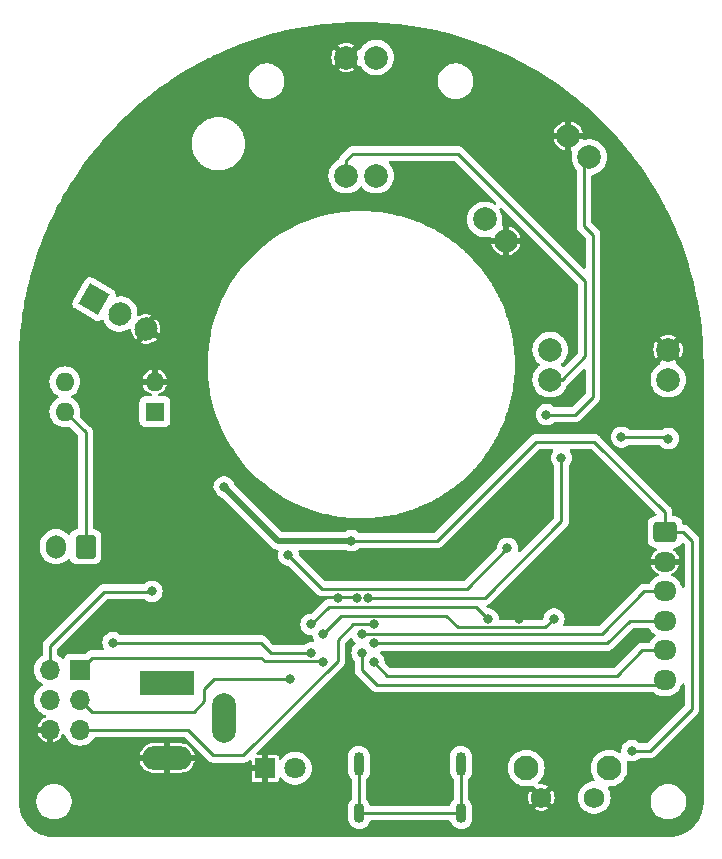
<source format=gbl>
G04 #@! TF.GenerationSoftware,KiCad,Pcbnew,7.0.8*
G04 #@! TF.CreationDate,2024-02-21T14:15:02-03:00*
G04 #@! TF.ProjectId,Lidar PCB,4c696461-7220-4504-9342-2e6b69636164,1.0*
G04 #@! TF.SameCoordinates,Original*
G04 #@! TF.FileFunction,Copper,L2,Bot*
G04 #@! TF.FilePolarity,Positive*
%FSLAX46Y46*%
G04 Gerber Fmt 4.6, Leading zero omitted, Abs format (unit mm)*
G04 Created by KiCad (PCBNEW 7.0.8) date 2024-02-21 14:15:02*
%MOMM*%
%LPD*%
G01*
G04 APERTURE LIST*
G04 Aperture macros list*
%AMRoundRect*
0 Rectangle with rounded corners*
0 $1 Rounding radius*
0 $2 $3 $4 $5 $6 $7 $8 $9 X,Y pos of 4 corners*
0 Add a 4 corners polygon primitive as box body*
4,1,4,$2,$3,$4,$5,$6,$7,$8,$9,$2,$3,0*
0 Add four circle primitives for the rounded corners*
1,1,$1+$1,$2,$3*
1,1,$1+$1,$4,$5*
1,1,$1+$1,$6,$7*
1,1,$1+$1,$8,$9*
0 Add four rect primitives between the rounded corners*
20,1,$1+$1,$2,$3,$4,$5,0*
20,1,$1+$1,$4,$5,$6,$7,0*
20,1,$1+$1,$6,$7,$8,$9,0*
20,1,$1+$1,$8,$9,$2,$3,0*%
%AMHorizOval*
0 Thick line with rounded ends*
0 $1 width*
0 $2 $3 position (X,Y) of the first rounded end (center of the circle)*
0 $4 $5 position (X,Y) of the second rounded end (center of the circle)*
0 Add line between two ends*
20,1,$1,$2,$3,$4,$5,0*
0 Add two circle primitives to create the rounded ends*
1,1,$1,$2,$3*
1,1,$1,$4,$5*%
%AMRotRect*
0 Rectangle, with rotation*
0 The origin of the aperture is its center*
0 $1 length*
0 $2 width*
0 $3 Rotation angle, in degrees counterclockwise*
0 Add horizontal line*
21,1,$1,$2,0,0,$3*%
G04 Aperture macros list end*
G04 #@! TA.AperFunction,ComponentPad*
%ADD10C,2.000000*%
G04 #@! TD*
G04 #@! TA.AperFunction,ComponentPad*
%ADD11R,1.700000X1.700000*%
G04 #@! TD*
G04 #@! TA.AperFunction,ComponentPad*
%ADD12O,1.700000X1.700000*%
G04 #@! TD*
G04 #@! TA.AperFunction,ComponentPad*
%ADD13C,2.100000*%
G04 #@! TD*
G04 #@! TA.AperFunction,ComponentPad*
%ADD14C,1.750000*%
G04 #@! TD*
G04 #@! TA.AperFunction,ComponentPad*
%ADD15RoundRect,0.250000X-0.725000X0.600000X-0.725000X-0.600000X0.725000X-0.600000X0.725000X0.600000X0*%
G04 #@! TD*
G04 #@! TA.AperFunction,ComponentPad*
%ADD16O,1.950000X1.700000*%
G04 #@! TD*
G04 #@! TA.AperFunction,ComponentPad*
%ADD17R,4.600000X2.000000*%
G04 #@! TD*
G04 #@! TA.AperFunction,ComponentPad*
%ADD18O,4.200000X2.000000*%
G04 #@! TD*
G04 #@! TA.AperFunction,ComponentPad*
%ADD19O,2.000000X4.200000*%
G04 #@! TD*
G04 #@! TA.AperFunction,ComponentPad*
%ADD20R,1.800000X1.800000*%
G04 #@! TD*
G04 #@! TA.AperFunction,ComponentPad*
%ADD21C,1.800000*%
G04 #@! TD*
G04 #@! TA.AperFunction,ComponentPad*
%ADD22R,1.600000X1.600000*%
G04 #@! TD*
G04 #@! TA.AperFunction,ComponentPad*
%ADD23O,1.600000X1.600000*%
G04 #@! TD*
G04 #@! TA.AperFunction,ComponentPad*
%ADD24RoundRect,0.250000X0.600000X0.750000X-0.600000X0.750000X-0.600000X-0.750000X0.600000X-0.750000X0*%
G04 #@! TD*
G04 #@! TA.AperFunction,ComponentPad*
%ADD25O,1.700000X2.000000*%
G04 #@! TD*
G04 #@! TA.AperFunction,ComponentPad*
%ADD26RotRect,1.905000X2.000000X330.000000*%
G04 #@! TD*
G04 #@! TA.AperFunction,ComponentPad*
%ADD27HorizOval,1.905000X-0.023750X-0.041136X0.023750X0.041136X0*%
G04 #@! TD*
G04 #@! TA.AperFunction,ComponentPad*
%ADD28O,0.900000X2.000000*%
G04 #@! TD*
G04 #@! TA.AperFunction,ComponentPad*
%ADD29O,0.900000X1.700000*%
G04 #@! TD*
G04 #@! TA.AperFunction,ViaPad*
%ADD30C,0.800000*%
G04 #@! TD*
G04 #@! TA.AperFunction,Conductor*
%ADD31C,0.250000*%
G04 #@! TD*
G04 #@! TA.AperFunction,Conductor*
%ADD32C,0.500000*%
G04 #@! TD*
G04 APERTURE END LIST*
D10*
X163000000Y-88730000D03*
X163000000Y-91270000D03*
X173000000Y-88730000D03*
X173000000Y-91270000D03*
D11*
X123210000Y-115824000D03*
D12*
X120670000Y-115824000D03*
X123210000Y-118364000D03*
X120670000Y-118364000D03*
X123210000Y-120904000D03*
X120670000Y-120904000D03*
D13*
X167986800Y-124162500D03*
X160976800Y-124162500D03*
D14*
X166736800Y-126652500D03*
X162236800Y-126652500D03*
D15*
X172720000Y-104180000D03*
D16*
X172720000Y-106680000D03*
X172720000Y-109180000D03*
X172720000Y-111680000D03*
X172720000Y-114180000D03*
X172720000Y-116680000D03*
D17*
X130568000Y-116990000D03*
D18*
X130568000Y-123290000D03*
D19*
X135368000Y-119890000D03*
D20*
X138870000Y-124175000D03*
D21*
X141410000Y-124175000D03*
D10*
X145730000Y-74000000D03*
X148270000Y-74000000D03*
X145730000Y-64000000D03*
X148270000Y-64000000D03*
D22*
X129530000Y-93985000D03*
D23*
X129530000Y-91445000D03*
X121910000Y-91445000D03*
X121910000Y-93985000D03*
D24*
X123658000Y-105410000D03*
D25*
X121158000Y-105410000D03*
D10*
X157453948Y-77703948D03*
X159250000Y-79500000D03*
X164525016Y-70632880D03*
X166321068Y-72428932D03*
D26*
X124376296Y-84447415D03*
D27*
X126576001Y-85717415D03*
X128775705Y-86987415D03*
D28*
X146810000Y-123800000D03*
D29*
X146810000Y-127970000D03*
D28*
X155450000Y-123800000D03*
D29*
X155450000Y-127970000D03*
D30*
X170434000Y-118364000D03*
X160345000Y-111520450D03*
X159045000Y-122174000D03*
X162620000Y-115125000D03*
X167894000Y-114808000D03*
X119380000Y-94488000D03*
X148420800Y-119227500D03*
X154432000Y-119227500D03*
X148717000Y-106172000D03*
X159695000Y-115125000D03*
X160147000Y-94234000D03*
X141859000Y-120142000D03*
X166878000Y-114808000D03*
X145815000Y-118364000D03*
X159004000Y-125450000D03*
X145015000Y-109728000D03*
X134380000Y-100990000D03*
X133717000Y-98450000D03*
X142135000Y-103251000D03*
X128256000Y-98450000D03*
X146615000Y-109728000D03*
X157095000Y-122174000D03*
X147930000Y-121539000D03*
X154330000Y-121539000D03*
X166878000Y-110744000D03*
X157745000Y-115125000D03*
X143895000Y-103251000D03*
X169926000Y-122682000D03*
X146177000Y-104902000D03*
X129286000Y-109195000D03*
X135382000Y-100350000D03*
X159385000Y-105537000D03*
X140843000Y-106132000D03*
X169037000Y-96139000D03*
X173000000Y-96266000D03*
X143764000Y-115195000D03*
X140970000Y-116645000D03*
X142748000Y-114395000D03*
X125984000Y-113538000D03*
X148082000Y-111995000D03*
X147066000Y-112795000D03*
X148082000Y-113595000D03*
X148082000Y-115195000D03*
X147066000Y-114395000D03*
X162687000Y-94234000D03*
X163957000Y-97917000D03*
X147614503Y-109728000D03*
X157745000Y-111520450D03*
X142748000Y-111995000D03*
X143764000Y-112795000D03*
X163322000Y-111520450D03*
D31*
X123658000Y-95733000D02*
X121910000Y-93985000D01*
X123658000Y-105410000D02*
X123658000Y-95733000D01*
X120650000Y-115804000D02*
X120670000Y-115824000D01*
X166751000Y-96520000D02*
X172720000Y-102489000D01*
X153416000Y-104902000D02*
X161798000Y-96520000D01*
X129286000Y-109195000D02*
X129261000Y-109220000D01*
X175006000Y-119126000D02*
X171450000Y-122682000D01*
X171450000Y-122682000D02*
X169926000Y-122682000D01*
X125222000Y-109220000D02*
X120650000Y-113792000D01*
X161798000Y-96520000D02*
X166751000Y-96520000D01*
X174284000Y-104180000D02*
X175006000Y-104902000D01*
X172720000Y-104180000D02*
X174284000Y-104180000D01*
D32*
X135382000Y-100350000D02*
X139934000Y-104902000D01*
D31*
X172720000Y-102489000D02*
X172720000Y-104180000D01*
D32*
X139934000Y-104902000D02*
X146177000Y-104902000D01*
D31*
X146177000Y-104902000D02*
X153416000Y-104902000D01*
X175006000Y-104902000D02*
X175006000Y-119126000D01*
X120650000Y-113792000D02*
X120650000Y-115804000D01*
X129261000Y-109220000D02*
X125222000Y-109220000D01*
X140843000Y-106132000D02*
X143677000Y-108966000D01*
X155956000Y-108966000D02*
X159385000Y-105537000D01*
X143677000Y-108966000D02*
X155956000Y-108966000D01*
X169037000Y-96139000D02*
X172873000Y-96139000D01*
X172873000Y-96139000D02*
X173000000Y-96266000D01*
X146810000Y-127970000D02*
X155450000Y-127970000D01*
X155450000Y-123800000D02*
X155450000Y-127970000D01*
X146810000Y-123800000D02*
X146810000Y-127970000D01*
X138836802Y-115120000D02*
X138524802Y-114808000D01*
X143764000Y-115195000D02*
X143689000Y-115120000D01*
X138524802Y-114808000D02*
X124226000Y-114808000D01*
X124226000Y-114808000D02*
X123210000Y-115824000D01*
X143689000Y-115120000D02*
X138836802Y-115120000D01*
X132842000Y-119380000D02*
X133731000Y-118491000D01*
X134559604Y-116645000D02*
X140970000Y-116645000D01*
X133731000Y-117473604D02*
X134559604Y-116645000D01*
X133731000Y-118491000D02*
X133731000Y-117473604D01*
X123210000Y-118364000D02*
X124226000Y-119380000D01*
X124226000Y-119380000D02*
X132842000Y-119380000D01*
X139351000Y-114395000D02*
X142748000Y-114395000D01*
X138494000Y-113538000D02*
X139351000Y-114395000D01*
X125984000Y-113538000D02*
X138494000Y-113538000D01*
X146323000Y-111995000D02*
X148082000Y-111995000D01*
X134493000Y-123063000D02*
X137033000Y-123063000D01*
X145034000Y-115062000D02*
X145034000Y-113284000D01*
X137033000Y-123063000D02*
X145034000Y-115062000D01*
X123210000Y-120904000D02*
X132334000Y-120904000D01*
X145034000Y-113284000D02*
X146323000Y-111995000D01*
X132334000Y-120904000D02*
X134493000Y-123063000D01*
X147066000Y-112795000D02*
X167367000Y-112795000D01*
X167367000Y-112795000D02*
X170982000Y-109180000D01*
X170982000Y-109180000D02*
X172720000Y-109180000D01*
X169752000Y-111680000D02*
X172720000Y-111680000D01*
X148082000Y-113595000D02*
X167837000Y-113595000D01*
X167837000Y-113595000D02*
X169752000Y-111680000D01*
X168656000Y-116332000D02*
X170808000Y-114180000D01*
X149219000Y-116332000D02*
X168656000Y-116332000D01*
X148082000Y-115195000D02*
X149219000Y-116332000D01*
X170808000Y-114180000D02*
X172720000Y-114180000D01*
X147066000Y-114395000D02*
X147066000Y-115824000D01*
X147066000Y-115824000D02*
X148336000Y-117094000D01*
X148336000Y-117094000D02*
X172306000Y-117094000D01*
X172306000Y-117094000D02*
X172720000Y-116680000D01*
X165862000Y-78232000D02*
X165862000Y-72888000D01*
X162687000Y-94234000D02*
X165100000Y-94234000D01*
X165862000Y-72888000D02*
X166321068Y-72428932D01*
X166624000Y-92710000D02*
X166624000Y-78994000D01*
X165100000Y-94234000D02*
X166624000Y-92710000D01*
X166624000Y-78994000D02*
X165862000Y-78232000D01*
X146304000Y-72136000D02*
X155194000Y-72136000D01*
X164000000Y-91270000D02*
X163000000Y-91270000D01*
X145730000Y-72710000D02*
X146304000Y-72136000D01*
X155194000Y-72136000D02*
X165989000Y-82931000D01*
X165989000Y-82931000D02*
X165989000Y-89281000D01*
X145730000Y-74000000D02*
X145730000Y-72710000D01*
X165989000Y-89281000D02*
X164000000Y-91270000D01*
X163957000Y-103251000D02*
X163957000Y-97917000D01*
X157480000Y-109728000D02*
X163957000Y-103251000D01*
X147614503Y-109728000D02*
X157480000Y-109728000D01*
X144253000Y-110490000D02*
X156714550Y-110490000D01*
X142748000Y-111995000D02*
X144253000Y-110490000D01*
X156714550Y-110490000D02*
X157745000Y-111520450D01*
X162597000Y-112245450D02*
X163322000Y-111520450D01*
X154178000Y-111252000D02*
X145307000Y-111252000D01*
X145307000Y-111252000D02*
X143764000Y-112795000D01*
X162597000Y-112245450D02*
X155171450Y-112245450D01*
X155171450Y-112245450D02*
X154178000Y-111252000D01*
G04 #@! TA.AperFunction,Conductor*
G36*
X171386812Y-112325185D02*
G01*
X171421348Y-112358377D01*
X171556505Y-112551402D01*
X171723597Y-112718494D01*
X171880595Y-112828425D01*
X171924220Y-112883002D01*
X171931414Y-112952500D01*
X171899891Y-113014855D01*
X171880595Y-113031575D01*
X171723597Y-113141505D01*
X171556506Y-113308597D01*
X171556501Y-113308603D01*
X171421348Y-113501623D01*
X171366771Y-113545248D01*
X171319773Y-113554500D01*
X170890743Y-113554500D01*
X170875122Y-113552775D01*
X170875095Y-113553061D01*
X170867333Y-113552326D01*
X170798172Y-113554500D01*
X170768649Y-113554500D01*
X170761778Y-113555367D01*
X170755959Y-113555825D01*
X170709374Y-113557289D01*
X170709368Y-113557290D01*
X170690126Y-113562880D01*
X170671087Y-113566823D01*
X170651217Y-113569334D01*
X170651203Y-113569337D01*
X170607883Y-113586488D01*
X170602358Y-113588380D01*
X170557613Y-113601380D01*
X170557610Y-113601381D01*
X170540366Y-113611579D01*
X170522905Y-113620133D01*
X170504274Y-113627510D01*
X170504262Y-113627517D01*
X170466570Y-113654902D01*
X170461687Y-113658109D01*
X170421580Y-113681829D01*
X170407414Y-113695995D01*
X170392624Y-113708627D01*
X170376414Y-113720404D01*
X170376411Y-113720407D01*
X170346710Y-113756309D01*
X170342777Y-113760631D01*
X168433228Y-115670181D01*
X168371905Y-115703666D01*
X168345547Y-115706500D01*
X149529452Y-115706500D01*
X149462413Y-115686815D01*
X149441771Y-115670181D01*
X149020960Y-115249369D01*
X148987475Y-115188046D01*
X148985323Y-115174668D01*
X148967674Y-115006744D01*
X148909179Y-114826716D01*
X148814533Y-114662784D01*
X148687871Y-114522112D01*
X148681509Y-114517490D01*
X148650992Y-114495318D01*
X148608326Y-114439989D01*
X148602347Y-114370375D01*
X148634952Y-114308580D01*
X148650992Y-114294682D01*
X148687871Y-114267888D01*
X148690788Y-114264647D01*
X148693600Y-114261526D01*
X148753087Y-114224879D01*
X148785748Y-114220500D01*
X167754257Y-114220500D01*
X167769877Y-114222224D01*
X167769904Y-114221939D01*
X167777660Y-114222671D01*
X167777667Y-114222673D01*
X167846814Y-114220500D01*
X167876350Y-114220500D01*
X167883228Y-114219630D01*
X167889041Y-114219172D01*
X167935627Y-114217709D01*
X167954869Y-114212117D01*
X167973912Y-114208174D01*
X167993792Y-114205664D01*
X168037122Y-114188507D01*
X168042646Y-114186617D01*
X168047213Y-114185290D01*
X168087390Y-114173618D01*
X168104629Y-114163422D01*
X168122103Y-114154862D01*
X168140727Y-114147488D01*
X168140727Y-114147487D01*
X168140732Y-114147486D01*
X168178449Y-114120082D01*
X168183305Y-114116892D01*
X168223420Y-114093170D01*
X168237589Y-114078999D01*
X168252379Y-114066368D01*
X168268587Y-114054594D01*
X168298299Y-114018676D01*
X168302212Y-114014376D01*
X169974772Y-112341819D01*
X170036095Y-112308334D01*
X170062453Y-112305500D01*
X171319773Y-112305500D01*
X171386812Y-112325185D01*
G37*
G04 #@! TD.AperFunction*
G04 #@! TA.AperFunction,Conductor*
G36*
X166507587Y-97165185D02*
G01*
X166528229Y-97181819D01*
X171969988Y-102623578D01*
X172003473Y-102684901D01*
X171998489Y-102754593D01*
X171956617Y-102810526D01*
X171894908Y-102834617D01*
X171842203Y-102840000D01*
X171842200Y-102840001D01*
X171675668Y-102895185D01*
X171675663Y-102895187D01*
X171526342Y-102987289D01*
X171402289Y-103111342D01*
X171310187Y-103260663D01*
X171310185Y-103260668D01*
X171300273Y-103290582D01*
X171255001Y-103427203D01*
X171255001Y-103427204D01*
X171255000Y-103427204D01*
X171244500Y-103529983D01*
X171244500Y-104830001D01*
X171244501Y-104830018D01*
X171255000Y-104932796D01*
X171255001Y-104932799D01*
X171310185Y-105099331D01*
X171310187Y-105099336D01*
X171345069Y-105155888D01*
X171402288Y-105248656D01*
X171526344Y-105372712D01*
X171675666Y-105464814D01*
X171842203Y-105519999D01*
X171933823Y-105529359D01*
X171998515Y-105555755D01*
X172038667Y-105612936D01*
X172041530Y-105682747D01*
X172006196Y-105743023D01*
X171997873Y-105750187D01*
X171832462Y-105880268D01*
X171832459Y-105880271D01*
X171694894Y-106039030D01*
X171694885Y-106039041D01*
X171589855Y-106220960D01*
X171589852Y-106220967D01*
X171521144Y-106419482D01*
X171521144Y-106419484D01*
X171519632Y-106430000D01*
X172316031Y-106430000D01*
X172283481Y-106480649D01*
X172245000Y-106611705D01*
X172245000Y-106748295D01*
X172283481Y-106879351D01*
X172316031Y-106930000D01*
X171523742Y-106930000D01*
X171550770Y-107041409D01*
X171638040Y-107232507D01*
X171759889Y-107403619D01*
X171759895Y-107403625D01*
X171911932Y-107548592D01*
X172088658Y-107662167D01*
X172127179Y-107677588D01*
X172182101Y-107720778D01*
X172204954Y-107786805D01*
X172188482Y-107854705D01*
X172137915Y-107902921D01*
X172133499Y-107905088D01*
X171917171Y-108005964D01*
X171917169Y-108005965D01*
X171723597Y-108141505D01*
X171556506Y-108308597D01*
X171556501Y-108308603D01*
X171421348Y-108501623D01*
X171366771Y-108545248D01*
X171319773Y-108554500D01*
X171064743Y-108554500D01*
X171049122Y-108552775D01*
X171049096Y-108553061D01*
X171041334Y-108552327D01*
X171041333Y-108552327D01*
X170972186Y-108554500D01*
X170942649Y-108554500D01*
X170935766Y-108555369D01*
X170929949Y-108555826D01*
X170883373Y-108557290D01*
X170864129Y-108562881D01*
X170845079Y-108566825D01*
X170825211Y-108569334D01*
X170781884Y-108586488D01*
X170776358Y-108588379D01*
X170731614Y-108601379D01*
X170731610Y-108601381D01*
X170714366Y-108611579D01*
X170696905Y-108620133D01*
X170678274Y-108627510D01*
X170678262Y-108627517D01*
X170640570Y-108654902D01*
X170635687Y-108658109D01*
X170595580Y-108681829D01*
X170581414Y-108695995D01*
X170566624Y-108708627D01*
X170550414Y-108720404D01*
X170550411Y-108720407D01*
X170520710Y-108756309D01*
X170516777Y-108760631D01*
X167144228Y-112133181D01*
X167082905Y-112166666D01*
X167056547Y-112169500D01*
X164201853Y-112169500D01*
X164134814Y-112149815D01*
X164089059Y-112097011D01*
X164079115Y-112027853D01*
X164094466Y-111983500D01*
X164109293Y-111957819D01*
X164149179Y-111888734D01*
X164207674Y-111708706D01*
X164227460Y-111520450D01*
X164207674Y-111332194D01*
X164149179Y-111152166D01*
X164054533Y-110988234D01*
X163927871Y-110847562D01*
X163921343Y-110842819D01*
X163774734Y-110736301D01*
X163774729Y-110736298D01*
X163601807Y-110659307D01*
X163601802Y-110659305D01*
X163456001Y-110628315D01*
X163416646Y-110619950D01*
X163227354Y-110619950D01*
X163194897Y-110626848D01*
X163042197Y-110659305D01*
X163042192Y-110659307D01*
X162869270Y-110736298D01*
X162869265Y-110736301D01*
X162716129Y-110847561D01*
X162589466Y-110988235D01*
X162494821Y-111152165D01*
X162494818Y-111152172D01*
X162439602Y-111322111D01*
X162436326Y-111332194D01*
X162424513Y-111444592D01*
X162418679Y-111500099D01*
X162392094Y-111564713D01*
X162383044Y-111574813D01*
X162374232Y-111583626D01*
X162312911Y-111617115D01*
X162286546Y-111619950D01*
X158772568Y-111619950D01*
X158705529Y-111600265D01*
X158659774Y-111547461D01*
X158649247Y-111508912D01*
X158648321Y-111500099D01*
X158630674Y-111332194D01*
X158572179Y-111152166D01*
X158477533Y-110988234D01*
X158350871Y-110847562D01*
X158344343Y-110842819D01*
X158197734Y-110736301D01*
X158197729Y-110736298D01*
X158024807Y-110659307D01*
X158024802Y-110659305D01*
X157879001Y-110628315D01*
X157839646Y-110619950D01*
X157839645Y-110619950D01*
X157780453Y-110619950D01*
X157713414Y-110600265D01*
X157692772Y-110583631D01*
X157634889Y-110525748D01*
X157601404Y-110464425D01*
X157606388Y-110394733D01*
X157648260Y-110338800D01*
X157676890Y-110322787D01*
X157680113Y-110321511D01*
X157685639Y-110319619D01*
X157687529Y-110319069D01*
X157730390Y-110306618D01*
X157747629Y-110296422D01*
X157765103Y-110287862D01*
X157783727Y-110280488D01*
X157783727Y-110280487D01*
X157783732Y-110280486D01*
X157821449Y-110253082D01*
X157826305Y-110249892D01*
X157866420Y-110226170D01*
X157880589Y-110211999D01*
X157895379Y-110199368D01*
X157911587Y-110187594D01*
X157941299Y-110151676D01*
X157945212Y-110147376D01*
X164340788Y-103751801D01*
X164353042Y-103741986D01*
X164352859Y-103741764D01*
X164358866Y-103736792D01*
X164358877Y-103736786D01*
X164391703Y-103701830D01*
X164406227Y-103686364D01*
X164416671Y-103675918D01*
X164427120Y-103665471D01*
X164431379Y-103659978D01*
X164435152Y-103655561D01*
X164467062Y-103621582D01*
X164476713Y-103604024D01*
X164487396Y-103587761D01*
X164499673Y-103571936D01*
X164518185Y-103529153D01*
X164520738Y-103523941D01*
X164543197Y-103483092D01*
X164548180Y-103463680D01*
X164554481Y-103445280D01*
X164562437Y-103426896D01*
X164569729Y-103380852D01*
X164570906Y-103375171D01*
X164582500Y-103330019D01*
X164582500Y-103309983D01*
X164584027Y-103290582D01*
X164587160Y-103270804D01*
X164582775Y-103224415D01*
X164582500Y-103218577D01*
X164582500Y-98615687D01*
X164602185Y-98548648D01*
X164614350Y-98532715D01*
X164632891Y-98512122D01*
X164689533Y-98449216D01*
X164784179Y-98285284D01*
X164842674Y-98105256D01*
X164862460Y-97917000D01*
X164842674Y-97728744D01*
X164784179Y-97548716D01*
X164689533Y-97384784D01*
X164660438Y-97352471D01*
X164630209Y-97289481D01*
X164638834Y-97220146D01*
X164683576Y-97166480D01*
X164750228Y-97145522D01*
X164752589Y-97145500D01*
X166440548Y-97145500D01*
X166507587Y-97165185D01*
G37*
G04 #@! TD.AperFunction*
G04 #@! TA.AperFunction,Conductor*
G36*
X174304553Y-105085851D02*
G01*
X174312781Y-105093371D01*
X174344181Y-105124771D01*
X174377666Y-105186094D01*
X174380500Y-105212452D01*
X174380500Y-108750756D01*
X174360815Y-108817795D01*
X174308011Y-108863550D01*
X174238853Y-108873494D01*
X174175297Y-108844469D01*
X174137523Y-108785691D01*
X174136725Y-108782849D01*
X174118905Y-108716344D01*
X174118904Y-108716343D01*
X174118903Y-108716337D01*
X174019035Y-108502171D01*
X174019034Y-108502169D01*
X173883494Y-108308597D01*
X173716402Y-108141505D01*
X173522830Y-108005965D01*
X173522828Y-108005964D01*
X173305929Y-107904822D01*
X173253490Y-107858650D01*
X173234338Y-107791456D01*
X173254554Y-107724575D01*
X173301515Y-107682224D01*
X173442412Y-107609587D01*
X173607537Y-107479731D01*
X173607540Y-107479728D01*
X173745105Y-107320969D01*
X173745114Y-107320958D01*
X173850144Y-107139039D01*
X173850147Y-107139032D01*
X173918855Y-106940517D01*
X173918855Y-106940515D01*
X173920368Y-106930000D01*
X173123969Y-106930000D01*
X173156519Y-106879351D01*
X173195000Y-106748295D01*
X173195000Y-106611705D01*
X173156519Y-106480649D01*
X173123969Y-106430000D01*
X173916257Y-106430000D01*
X173889229Y-106318590D01*
X173801959Y-106127492D01*
X173680110Y-105956380D01*
X173680104Y-105956374D01*
X173528067Y-105811407D01*
X173444593Y-105757762D01*
X173398838Y-105704958D01*
X173388894Y-105635799D01*
X173417919Y-105572243D01*
X173476697Y-105534469D01*
X173499031Y-105530088D01*
X173503094Y-105529673D01*
X173597797Y-105519999D01*
X173764334Y-105464814D01*
X173913656Y-105372712D01*
X174037712Y-105248656D01*
X174119562Y-105115954D01*
X174171509Y-105069231D01*
X174240471Y-105058008D01*
X174304553Y-105085851D01*
G37*
G04 #@! TD.AperFunction*
G04 #@! TA.AperFunction,Conductor*
G36*
X163228450Y-97165185D02*
G01*
X163274205Y-97217989D01*
X163284149Y-97287147D01*
X163255124Y-97350703D01*
X163253561Y-97352472D01*
X163224466Y-97384785D01*
X163129821Y-97548715D01*
X163129818Y-97548722D01*
X163071327Y-97728740D01*
X163071326Y-97728744D01*
X163051540Y-97917000D01*
X163071326Y-98105256D01*
X163071327Y-98105259D01*
X163129818Y-98285277D01*
X163129821Y-98285284D01*
X163224467Y-98449216D01*
X163267772Y-98497310D01*
X163299650Y-98532715D01*
X163329880Y-98595706D01*
X163331500Y-98615687D01*
X163331500Y-102940547D01*
X163311815Y-103007586D01*
X163295181Y-103028228D01*
X160478274Y-105845134D01*
X160416951Y-105878619D01*
X160347259Y-105873635D01*
X160291326Y-105831763D01*
X160266909Y-105766299D01*
X160271308Y-105732039D01*
X160269322Y-105731617D01*
X160270672Y-105725261D01*
X160270674Y-105725256D01*
X160290460Y-105537000D01*
X160270674Y-105348744D01*
X160212179Y-105168716D01*
X160117533Y-105004784D01*
X159990871Y-104864112D01*
X159988859Y-104862650D01*
X159837734Y-104752851D01*
X159837729Y-104752848D01*
X159664807Y-104675857D01*
X159664802Y-104675855D01*
X159519001Y-104644865D01*
X159479646Y-104636500D01*
X159290354Y-104636500D01*
X159257897Y-104643398D01*
X159105197Y-104675855D01*
X159105192Y-104675857D01*
X158932270Y-104752848D01*
X158932265Y-104752851D01*
X158779129Y-104864111D01*
X158652466Y-105004785D01*
X158557821Y-105168715D01*
X158557818Y-105168722D01*
X158506817Y-105325689D01*
X158499326Y-105348744D01*
X158488212Y-105454488D01*
X158481679Y-105516649D01*
X158455094Y-105581263D01*
X158446039Y-105591368D01*
X155733228Y-108304181D01*
X155671905Y-108337666D01*
X155645547Y-108340500D01*
X143987453Y-108340500D01*
X143920414Y-108320815D01*
X143899772Y-108304181D01*
X141781960Y-106186369D01*
X141748475Y-106125046D01*
X141746323Y-106111668D01*
X141728674Y-105943744D01*
X141686782Y-105814817D01*
X141684788Y-105744977D01*
X141720868Y-105685144D01*
X141783569Y-105654316D01*
X141804714Y-105652500D01*
X145637663Y-105652500D01*
X145704702Y-105672185D01*
X145710548Y-105676182D01*
X145724265Y-105686148D01*
X145724270Y-105686151D01*
X145897192Y-105763142D01*
X145897197Y-105763144D01*
X146082354Y-105802500D01*
X146082355Y-105802500D01*
X146271644Y-105802500D01*
X146271646Y-105802500D01*
X146456803Y-105763144D01*
X146629730Y-105686151D01*
X146782871Y-105574888D01*
X146785788Y-105571647D01*
X146788600Y-105568526D01*
X146848087Y-105531879D01*
X146880748Y-105527500D01*
X153333257Y-105527500D01*
X153348877Y-105529224D01*
X153348904Y-105528939D01*
X153356660Y-105529671D01*
X153356667Y-105529673D01*
X153425814Y-105527500D01*
X153455350Y-105527500D01*
X153462228Y-105526630D01*
X153468041Y-105526172D01*
X153514627Y-105524709D01*
X153533869Y-105519117D01*
X153552912Y-105515174D01*
X153572792Y-105512664D01*
X153616122Y-105495507D01*
X153621646Y-105493617D01*
X153625396Y-105492527D01*
X153666390Y-105480618D01*
X153683629Y-105470422D01*
X153701103Y-105461862D01*
X153719727Y-105454488D01*
X153719727Y-105454487D01*
X153719732Y-105454486D01*
X153757449Y-105427082D01*
X153762305Y-105423892D01*
X153802420Y-105400170D01*
X153816589Y-105385999D01*
X153831379Y-105373368D01*
X153847587Y-105361594D01*
X153877299Y-105325676D01*
X153881212Y-105321376D01*
X162020772Y-97181819D01*
X162082095Y-97148334D01*
X162108453Y-97145500D01*
X163161411Y-97145500D01*
X163228450Y-97165185D01*
G37*
G04 #@! TD.AperFunction*
G04 #@! TA.AperFunction,Conductor*
G36*
X148059120Y-61019847D02*
G01*
X148810896Y-61061081D01*
X149128126Y-61078896D01*
X149798284Y-61140270D01*
X150195262Y-61177496D01*
X150828089Y-61258850D01*
X151258041Y-61315455D01*
X151868165Y-61416664D01*
X152314956Y-61492576D01*
X152909121Y-61613587D01*
X153364619Y-61708628D01*
X153945824Y-61849286D01*
X154405517Y-61963291D01*
X154975285Y-62123420D01*
X155436333Y-62256246D01*
X155995500Y-62435675D01*
X156369086Y-62558607D01*
X156455552Y-62587060D01*
X156619750Y-62646445D01*
X157004543Y-62785615D01*
X157099622Y-62820894D01*
X157461855Y-62955300D01*
X158000588Y-63172707D01*
X158239158Y-63271526D01*
X158453846Y-63360453D01*
X158453860Y-63360458D01*
X158982230Y-63596475D01*
X159430184Y-63801970D01*
X159947909Y-64056305D01*
X160389542Y-64279252D01*
X160896255Y-64551585D01*
X161330503Y-64791585D01*
X161826029Y-65081714D01*
X162122698Y-65260475D01*
X162251919Y-65338338D01*
X162711371Y-65630386D01*
X162735627Y-65645804D01*
X163152511Y-65918754D01*
X163623986Y-66243213D01*
X164030965Y-66531979D01*
X164423106Y-66823506D01*
X164489841Y-66873118D01*
X164680925Y-67019742D01*
X164886152Y-67177218D01*
X165331908Y-67534603D01*
X165716912Y-67853592D01*
X166149045Y-68226783D01*
X166522073Y-68560141D01*
X166940115Y-68948704D01*
X167300537Y-69295891D01*
X167704108Y-69699462D01*
X168051293Y-70059882D01*
X168439853Y-70477920D01*
X168543778Y-70594212D01*
X168773216Y-70850954D01*
X169146407Y-71283087D01*
X169214116Y-71364808D01*
X169465397Y-71668093D01*
X169465403Y-71668100D01*
X169629807Y-71873156D01*
X169822780Y-72113846D01*
X170126878Y-72510154D01*
X170468014Y-72969026D01*
X170756786Y-73376013D01*
X171081245Y-73847488D01*
X171354195Y-74264372D01*
X171661656Y-74748072D01*
X171918295Y-75173987D01*
X172208406Y-75669481D01*
X172448411Y-76103739D01*
X172713089Y-76596209D01*
X172720748Y-76610458D01*
X172762847Y-76693852D01*
X172943718Y-77052138D01*
X173198020Y-77569797D01*
X173312919Y-77820262D01*
X173403544Y-78017813D01*
X173639540Y-78546138D01*
X173827292Y-78999411D01*
X174044699Y-79538144D01*
X174214387Y-79995464D01*
X174412939Y-80544447D01*
X174473045Y-80727105D01*
X174564310Y-81004458D01*
X174564333Y-81004526D01*
X174743746Y-81563643D01*
X174876600Y-82024790D01*
X175036702Y-82594460D01*
X175056274Y-82673377D01*
X175150740Y-83054284D01*
X175291372Y-83635382D01*
X175386431Y-84090968D01*
X175507420Y-84685032D01*
X175583338Y-85131853D01*
X175684543Y-85741952D01*
X175741187Y-86172206D01*
X175753930Y-86271327D01*
X175822357Y-86803603D01*
X175822502Y-86804726D01*
X175859769Y-87202154D01*
X175914371Y-87798363D01*
X175920861Y-87869233D01*
X175921102Y-87871859D01*
X175938931Y-88189337D01*
X175980153Y-88940880D01*
X175999500Y-90000000D01*
X175999499Y-126998395D01*
X175999414Y-127001641D01*
X175992509Y-127133383D01*
X175982196Y-127317013D01*
X175981530Y-127323240D01*
X175957394Y-127475630D01*
X175929778Y-127638163D01*
X175928541Y-127643827D01*
X175887579Y-127796702D01*
X175842916Y-127951725D01*
X175841221Y-127956781D01*
X175783877Y-128106170D01*
X175722643Y-128254001D01*
X175720604Y-128258423D01*
X175647488Y-128401921D01*
X175570364Y-128541467D01*
X175568097Y-128545246D01*
X175480019Y-128680872D01*
X175387862Y-128810755D01*
X175385480Y-128813896D01*
X175284385Y-128938738D01*
X175282431Y-128941034D01*
X175177260Y-129058721D01*
X175174870Y-129061248D01*
X175061248Y-129174870D01*
X175058721Y-129177260D01*
X174941034Y-129282431D01*
X174938738Y-129284385D01*
X174813896Y-129385480D01*
X174810755Y-129387862D01*
X174680872Y-129480019D01*
X174545246Y-129568097D01*
X174541467Y-129570364D01*
X174401921Y-129647488D01*
X174258423Y-129720604D01*
X174254001Y-129722643D01*
X174106170Y-129783877D01*
X173956781Y-129841221D01*
X173951725Y-129842916D01*
X173796702Y-129887579D01*
X173643827Y-129928541D01*
X173638163Y-129929778D01*
X173475630Y-129957394D01*
X173323240Y-129981530D01*
X173317013Y-129982196D01*
X173133382Y-129992509D01*
X173001622Y-129999415D01*
X172998376Y-129999500D01*
X121001624Y-129999500D01*
X120998378Y-129999415D01*
X120866617Y-129992509D01*
X120682985Y-129982196D01*
X120676758Y-129981530D01*
X120524369Y-129957394D01*
X120361835Y-129929778D01*
X120356171Y-129928541D01*
X120203297Y-129887579D01*
X120048273Y-129842916D01*
X120043217Y-129841221D01*
X119893829Y-129783877D01*
X119745997Y-129722643D01*
X119741575Y-129720604D01*
X119598078Y-129647488D01*
X119458531Y-129570364D01*
X119454767Y-129568106D01*
X119401875Y-129533758D01*
X119319127Y-129480019D01*
X119189243Y-129387862D01*
X119186102Y-129385480D01*
X119098304Y-129314383D01*
X119061258Y-129284383D01*
X119058964Y-129282431D01*
X118941277Y-129177260D01*
X118938750Y-129174870D01*
X118825128Y-129061248D01*
X118822738Y-129058721D01*
X118717567Y-128941034D01*
X118715613Y-128938738D01*
X118697031Y-128915791D01*
X118614510Y-128813886D01*
X118612136Y-128810755D01*
X118519980Y-128680872D01*
X118487406Y-128630715D01*
X118431882Y-128545215D01*
X118429641Y-128541480D01*
X118364748Y-128424063D01*
X118352511Y-128401921D01*
X118312896Y-128324173D01*
X118279388Y-128258412D01*
X118277358Y-128254007D01*
X118216122Y-128106170D01*
X118158769Y-127956759D01*
X118157082Y-127951724D01*
X118139046Y-127889122D01*
X118112414Y-127796679D01*
X118107275Y-127777500D01*
X118071453Y-127643811D01*
X118070226Y-127638194D01*
X118042601Y-127475606D01*
X118042243Y-127473343D01*
X118018465Y-127323212D01*
X118017803Y-127317027D01*
X118007490Y-127133383D01*
X118007016Y-127124335D01*
X119499500Y-127124335D01*
X119510997Y-127193232D01*
X119540429Y-127369616D01*
X119621169Y-127604802D01*
X119621172Y-127604811D01*
X119739524Y-127823506D01*
X119739526Y-127823509D01*
X119892262Y-128019744D01*
X119986133Y-128106158D01*
X120075217Y-128188166D01*
X120283393Y-128324173D01*
X120511118Y-128424063D01*
X120679314Y-128466656D01*
X120752179Y-128485108D01*
X120752181Y-128485108D01*
X120752186Y-128485109D01*
X120885376Y-128496145D01*
X120937933Y-128500500D01*
X120937935Y-128500500D01*
X121062065Y-128500500D01*
X121062067Y-128500500D01*
X121123284Y-128495427D01*
X121247813Y-128485109D01*
X121247816Y-128485108D01*
X121247821Y-128485108D01*
X121488881Y-128424063D01*
X121502231Y-128418207D01*
X145859500Y-128418207D01*
X145874154Y-128562322D01*
X145932022Y-128746759D01*
X145932029Y-128746774D01*
X146025839Y-128915788D01*
X146025842Y-128915793D01*
X146151758Y-129062466D01*
X146151759Y-129062468D01*
X146304624Y-129180794D01*
X146304627Y-129180796D01*
X146478184Y-129265930D01*
X146478188Y-129265931D01*
X146478186Y-129265931D01*
X146665317Y-129314383D01*
X146665320Y-129314383D01*
X146665326Y-129314385D01*
X146858390Y-129324176D01*
X147049474Y-129294903D01*
X147230753Y-129227764D01*
X147394807Y-129125509D01*
X147534919Y-128992323D01*
X147645353Y-128833658D01*
X147715327Y-128670600D01*
X147759854Y-128616756D01*
X147826422Y-128595533D01*
X147829278Y-128595500D01*
X154433510Y-128595500D01*
X154500549Y-128615185D01*
X154546304Y-128667989D01*
X154551823Y-128682379D01*
X154572022Y-128746759D01*
X154572029Y-128746774D01*
X154665839Y-128915788D01*
X154665842Y-128915793D01*
X154791758Y-129062466D01*
X154791759Y-129062468D01*
X154944624Y-129180794D01*
X154944627Y-129180796D01*
X155118184Y-129265930D01*
X155118188Y-129265931D01*
X155118186Y-129265931D01*
X155305317Y-129314383D01*
X155305320Y-129314383D01*
X155305326Y-129314385D01*
X155498390Y-129324176D01*
X155689474Y-129294903D01*
X155870753Y-129227764D01*
X156034807Y-129125509D01*
X156174919Y-128992323D01*
X156285353Y-128833658D01*
X156361587Y-128656012D01*
X156400500Y-128466656D01*
X156400500Y-127521794D01*
X156398309Y-127500242D01*
X156385845Y-127377677D01*
X156327977Y-127193240D01*
X156327975Y-127193236D01*
X156327974Y-127193232D01*
X156234159Y-127024209D01*
X156234158Y-127024208D01*
X156234157Y-127024206D01*
X156105414Y-126874239D01*
X156076682Y-126810551D01*
X156075500Y-126793469D01*
X156075500Y-125120040D01*
X156095185Y-125053001D01*
X156114069Y-125030165D01*
X156174917Y-124972325D01*
X156174917Y-124972324D01*
X156174919Y-124972323D01*
X156285353Y-124813658D01*
X156361587Y-124636012D01*
X156400500Y-124446656D01*
X156400500Y-124162500D01*
X159421506Y-124162500D01*
X159440653Y-124405797D01*
X159440653Y-124405800D01*
X159440654Y-124405802D01*
X159495923Y-124636012D01*
X159497630Y-124643119D01*
X159591022Y-124868589D01*
X159718537Y-125076673D01*
X159718538Y-125076676D01*
X159738141Y-125099628D01*
X159877041Y-125262259D01*
X159981487Y-125351464D01*
X160062623Y-125420761D01*
X160062626Y-125420762D01*
X160270710Y-125548277D01*
X160452147Y-125623430D01*
X160494867Y-125641125D01*
X160496181Y-125641669D01*
X160496178Y-125641669D01*
X160496184Y-125641670D01*
X160496188Y-125641672D01*
X160733498Y-125698646D01*
X160976800Y-125717794D01*
X161220102Y-125698646D01*
X161457412Y-125641672D01*
X161467206Y-125637614D01*
X161536675Y-125630143D01*
X161599156Y-125661415D01*
X161602345Y-125664493D01*
X162108683Y-126170830D01*
X162095908Y-126172667D01*
X161966431Y-126231798D01*
X161858857Y-126325011D01*
X161781902Y-126444755D01*
X161757751Y-126527003D01*
X161281485Y-126050737D01*
X161276212Y-126057719D01*
X161276204Y-126057732D01*
X161183278Y-126244351D01*
X161183272Y-126244366D01*
X161126217Y-126444894D01*
X161126216Y-126444896D01*
X161106980Y-126652499D01*
X161106980Y-126652500D01*
X161126216Y-126860103D01*
X161126217Y-126860105D01*
X161183272Y-127060633D01*
X161183278Y-127060648D01*
X161276206Y-127247271D01*
X161276209Y-127247276D01*
X161281484Y-127254260D01*
X161281485Y-127254260D01*
X161757751Y-126777995D01*
X161781902Y-126860245D01*
X161858857Y-126979989D01*
X161966431Y-127073202D01*
X162095908Y-127132333D01*
X162108682Y-127134169D01*
X161637951Y-127604899D01*
X161733194Y-127663872D01*
X161733196Y-127663873D01*
X161927602Y-127739186D01*
X161927612Y-127739189D01*
X162132556Y-127777500D01*
X162341044Y-127777500D01*
X162545987Y-127739189D01*
X162545997Y-127739186D01*
X162740403Y-127663873D01*
X162740407Y-127663871D01*
X162835646Y-127604900D01*
X162835646Y-127604899D01*
X162364917Y-127134169D01*
X162377692Y-127132333D01*
X162507169Y-127073202D01*
X162614743Y-126979989D01*
X162691698Y-126860245D01*
X162715848Y-126777996D01*
X163192113Y-127254261D01*
X163192113Y-127254260D01*
X163197393Y-127247271D01*
X163290321Y-127060648D01*
X163290327Y-127060633D01*
X163347382Y-126860105D01*
X163347383Y-126860103D01*
X163366620Y-126652500D01*
X163366620Y-126652499D01*
X163347383Y-126444896D01*
X163347382Y-126444894D01*
X163290327Y-126244366D01*
X163290321Y-126244351D01*
X163197393Y-126057727D01*
X163192113Y-126050738D01*
X162715848Y-126527003D01*
X162691698Y-126444755D01*
X162614743Y-126325011D01*
X162507169Y-126231798D01*
X162377692Y-126172667D01*
X162364917Y-126170830D01*
X162835647Y-125700099D01*
X162740402Y-125641126D01*
X162740401Y-125641125D01*
X162545997Y-125565813D01*
X162545987Y-125565810D01*
X162341044Y-125527500D01*
X162132552Y-125527500D01*
X162119588Y-125529923D01*
X162050073Y-125522888D01*
X161995397Y-125479388D01*
X161972918Y-125413233D01*
X161989774Y-125345427D01*
X162016272Y-125313748D01*
X162076559Y-125262259D01*
X162235059Y-125076679D01*
X162362577Y-124868589D01*
X162455972Y-124643112D01*
X162512946Y-124405802D01*
X162532094Y-124162500D01*
X162512946Y-123919198D01*
X162455972Y-123681888D01*
X162454291Y-123677830D01*
X162362577Y-123456410D01*
X162235062Y-123248326D01*
X162235061Y-123248323D01*
X162195320Y-123201792D01*
X162076559Y-123062741D01*
X161947496Y-122952511D01*
X161890976Y-122904238D01*
X161890973Y-122904237D01*
X161682889Y-122776722D01*
X161457418Y-122683330D01*
X161457421Y-122683330D01*
X161351792Y-122657970D01*
X161220102Y-122626354D01*
X161220100Y-122626353D01*
X161220097Y-122626353D01*
X160976800Y-122607206D01*
X160733502Y-122626353D01*
X160733498Y-122626354D01*
X160501720Y-122682000D01*
X160496180Y-122683330D01*
X160270710Y-122776722D01*
X160062626Y-122904237D01*
X160062623Y-122904238D01*
X159877041Y-123062741D01*
X159718538Y-123248323D01*
X159718537Y-123248326D01*
X159591022Y-123456410D01*
X159497630Y-123681880D01*
X159440653Y-123919202D01*
X159421506Y-124162500D01*
X156400500Y-124162500D01*
X156400500Y-123201794D01*
X156398026Y-123177459D01*
X156385845Y-123057677D01*
X156327977Y-122873240D01*
X156327975Y-122873236D01*
X156327974Y-122873232D01*
X156234159Y-122704209D01*
X156234158Y-122704208D01*
X156234157Y-122704206D01*
X156108241Y-122557533D01*
X156108240Y-122557531D01*
X155955375Y-122439205D01*
X155955371Y-122439203D01*
X155946122Y-122434666D01*
X155781816Y-122354070D01*
X155781814Y-122354069D01*
X155781811Y-122354068D01*
X155781813Y-122354068D01*
X155594682Y-122305616D01*
X155594676Y-122305615D01*
X155465964Y-122299087D01*
X155401610Y-122295824D01*
X155401609Y-122295824D01*
X155401607Y-122295824D01*
X155210533Y-122325095D01*
X155210521Y-122325098D01*
X155029251Y-122392234D01*
X155029242Y-122392238D01*
X154865196Y-122494488D01*
X154725080Y-122627677D01*
X154614646Y-122786342D01*
X154538413Y-122963987D01*
X154499500Y-123153343D01*
X154499500Y-124398207D01*
X154514154Y-124542322D01*
X154572022Y-124726759D01*
X154572029Y-124726774D01*
X154650742Y-124868589D01*
X154665841Y-124895791D01*
X154791760Y-125042468D01*
X154791761Y-125042469D01*
X154794585Y-125045758D01*
X154823318Y-125109447D01*
X154824500Y-125126529D01*
X154824500Y-126799959D01*
X154804815Y-126866998D01*
X154785932Y-126889833D01*
X154725083Y-126947673D01*
X154725082Y-126947675D01*
X154614646Y-127106342D01*
X154544673Y-127269400D01*
X154500146Y-127323244D01*
X154433578Y-127344467D01*
X154430722Y-127344500D01*
X147826490Y-127344500D01*
X147759451Y-127324815D01*
X147713696Y-127272011D01*
X147708177Y-127257621D01*
X147687977Y-127193240D01*
X147687975Y-127193236D01*
X147687974Y-127193232D01*
X147594159Y-127024209D01*
X147594158Y-127024208D01*
X147594157Y-127024206D01*
X147465414Y-126874239D01*
X147436682Y-126810551D01*
X147435500Y-126793469D01*
X147435500Y-125120040D01*
X147455185Y-125053001D01*
X147474069Y-125030165D01*
X147534917Y-124972325D01*
X147534917Y-124972324D01*
X147534919Y-124972323D01*
X147645353Y-124813658D01*
X147721587Y-124636012D01*
X147760500Y-124446656D01*
X147760500Y-123201794D01*
X147758026Y-123177459D01*
X147745845Y-123057677D01*
X147687977Y-122873240D01*
X147687975Y-122873236D01*
X147687974Y-122873232D01*
X147594159Y-122704209D01*
X147594158Y-122704208D01*
X147594157Y-122704206D01*
X147468241Y-122557533D01*
X147468240Y-122557531D01*
X147315375Y-122439205D01*
X147315371Y-122439203D01*
X147306122Y-122434666D01*
X147141816Y-122354070D01*
X147141814Y-122354069D01*
X147141811Y-122354068D01*
X147141813Y-122354068D01*
X146954682Y-122305616D01*
X146954676Y-122305615D01*
X146825964Y-122299087D01*
X146761610Y-122295824D01*
X146761609Y-122295824D01*
X146761607Y-122295824D01*
X146570533Y-122325095D01*
X146570521Y-122325098D01*
X146389251Y-122392234D01*
X146389242Y-122392238D01*
X146225196Y-122494488D01*
X146085080Y-122627677D01*
X145974646Y-122786342D01*
X145898413Y-122963987D01*
X145859500Y-123153343D01*
X145859500Y-124398207D01*
X145874154Y-124542322D01*
X145932022Y-124726759D01*
X145932029Y-124726774D01*
X146010742Y-124868589D01*
X146025841Y-124895791D01*
X146151760Y-125042468D01*
X146151761Y-125042469D01*
X146154585Y-125045758D01*
X146183318Y-125109447D01*
X146184500Y-125126529D01*
X146184500Y-126799959D01*
X146164815Y-126866998D01*
X146145932Y-126889833D01*
X146085083Y-126947673D01*
X146085082Y-126947675D01*
X145974646Y-127106342D01*
X145898413Y-127283987D01*
X145859500Y-127473343D01*
X145859500Y-128418207D01*
X121502231Y-128418207D01*
X121716607Y-128324173D01*
X121924785Y-128188164D01*
X122107738Y-128019744D01*
X122260474Y-127823509D01*
X122378828Y-127604810D01*
X122459571Y-127369614D01*
X122500500Y-127124335D01*
X122500500Y-126875665D01*
X122459571Y-126630386D01*
X122378828Y-126395190D01*
X122260474Y-126176491D01*
X122107738Y-125980256D01*
X121924785Y-125811836D01*
X121924782Y-125811833D01*
X121716606Y-125675826D01*
X121488881Y-125575936D01*
X121247824Y-125514892D01*
X121247813Y-125514890D01*
X121082548Y-125501197D01*
X121062067Y-125499500D01*
X120937933Y-125499500D01*
X120918521Y-125501108D01*
X120752186Y-125514890D01*
X120752175Y-125514892D01*
X120511118Y-125575936D01*
X120283393Y-125675826D01*
X120075217Y-125811833D01*
X119892261Y-125980257D01*
X119739524Y-126176493D01*
X119621172Y-126395188D01*
X119621169Y-126395197D01*
X119540429Y-126630383D01*
X119524863Y-126723670D01*
X119499500Y-126875665D01*
X119499500Y-127124335D01*
X118007016Y-127124335D01*
X118000584Y-127001620D01*
X118000500Y-126998377D01*
X118000500Y-123540000D01*
X128240449Y-123540000D01*
X128244415Y-123569278D01*
X128313945Y-123783268D01*
X128420565Y-123981401D01*
X128420567Y-123981404D01*
X128560854Y-124157320D01*
X128730292Y-124305352D01*
X128730300Y-124305359D01*
X128923446Y-124420759D01*
X128923451Y-124420761D01*
X129134110Y-124499824D01*
X129355494Y-124540000D01*
X130318000Y-124540000D01*
X130318000Y-123790000D01*
X130818000Y-123790000D01*
X130818000Y-124540000D01*
X131724126Y-124540000D01*
X131724129Y-124539999D01*
X131892096Y-124524883D01*
X131892102Y-124524882D01*
X132108984Y-124465026D01*
X132108997Y-124465021D01*
X132311708Y-124367401D01*
X132311716Y-124367397D01*
X132493741Y-124235148D01*
X132493749Y-124235142D01*
X132649237Y-124072513D01*
X132773191Y-123884733D01*
X132861624Y-123677830D01*
X132861627Y-123677821D01*
X132893084Y-123540000D01*
X132101686Y-123540000D01*
X132127493Y-123499844D01*
X132168000Y-123361889D01*
X132168000Y-123218111D01*
X132127493Y-123080156D01*
X132101686Y-123040000D01*
X132895550Y-123040000D01*
X132895550Y-123039999D01*
X132891584Y-123010721D01*
X132822054Y-122796731D01*
X132715434Y-122598598D01*
X132715432Y-122598595D01*
X132575145Y-122422679D01*
X132405707Y-122274647D01*
X132405699Y-122274640D01*
X132212553Y-122159240D01*
X132212548Y-122159238D01*
X132001889Y-122080175D01*
X131780506Y-122040000D01*
X130818000Y-122040000D01*
X130818000Y-122790000D01*
X130318000Y-122790000D01*
X130318000Y-122040000D01*
X129411870Y-122040000D01*
X129243903Y-122055116D01*
X129243897Y-122055117D01*
X129027015Y-122114973D01*
X129027002Y-122114978D01*
X128824291Y-122212598D01*
X128824283Y-122212602D01*
X128642258Y-122344851D01*
X128642250Y-122344857D01*
X128486762Y-122507486D01*
X128362808Y-122695266D01*
X128274375Y-122902169D01*
X128274372Y-122902178D01*
X128242915Y-123039999D01*
X128242916Y-123040000D01*
X129034314Y-123040000D01*
X129008507Y-123080156D01*
X128968000Y-123218111D01*
X128968000Y-123361889D01*
X129008507Y-123499844D01*
X129034314Y-123540000D01*
X128240449Y-123540000D01*
X118000500Y-123540000D01*
X118000500Y-118364000D01*
X119314341Y-118364000D01*
X119334936Y-118599403D01*
X119334938Y-118599413D01*
X119396094Y-118827655D01*
X119396096Y-118827659D01*
X119396097Y-118827663D01*
X119400000Y-118836032D01*
X119495965Y-119041830D01*
X119495967Y-119041834D01*
X119534250Y-119096507D01*
X119631505Y-119235401D01*
X119798599Y-119402495D01*
X119862069Y-119446937D01*
X119992165Y-119538032D01*
X119992167Y-119538033D01*
X119992170Y-119538035D01*
X120206337Y-119637903D01*
X120206342Y-119637904D01*
X120206346Y-119637906D01*
X120245609Y-119648426D01*
X120305270Y-119684790D01*
X120335800Y-119747637D01*
X120327506Y-119817012D01*
X120283021Y-119870891D01*
X120258312Y-119883827D01*
X120177587Y-119915100D01*
X120004260Y-120022421D01*
X119853608Y-120159757D01*
X119730754Y-120322443D01*
X119639890Y-120504921D01*
X119639885Y-120504934D01*
X119597471Y-120653999D01*
X119597472Y-120654000D01*
X120236314Y-120654000D01*
X120210507Y-120694156D01*
X120170000Y-120832111D01*
X120170000Y-120975889D01*
X120210507Y-121113844D01*
X120236314Y-121154000D01*
X119597472Y-121154000D01*
X119639885Y-121303065D01*
X119639890Y-121303078D01*
X119730754Y-121485556D01*
X119853608Y-121648242D01*
X120004260Y-121785578D01*
X120177584Y-121892897D01*
X120367678Y-121966539D01*
X120420000Y-121976320D01*
X120420000Y-121339501D01*
X120527685Y-121388680D01*
X120634237Y-121404000D01*
X120705763Y-121404000D01*
X120812315Y-121388680D01*
X120920000Y-121339501D01*
X120920000Y-121976320D01*
X120972321Y-121966539D01*
X121162415Y-121892897D01*
X121335739Y-121785578D01*
X121486391Y-121648242D01*
X121609245Y-121485556D01*
X121696285Y-121310758D01*
X121743788Y-121259521D01*
X121811451Y-121242100D01*
X121877791Y-121264026D01*
X121921746Y-121318337D01*
X121927060Y-121333937D01*
X121936094Y-121367655D01*
X121936096Y-121367659D01*
X121936097Y-121367663D01*
X121987959Y-121478881D01*
X122035965Y-121581830D01*
X122035967Y-121581834D01*
X122082467Y-121648242D01*
X122171505Y-121775401D01*
X122338599Y-121942495D01*
X122386906Y-121976320D01*
X122532165Y-122078032D01*
X122532167Y-122078033D01*
X122532170Y-122078035D01*
X122746337Y-122177903D01*
X122974592Y-122239063D01*
X123162918Y-122255539D01*
X123209999Y-122259659D01*
X123210000Y-122259659D01*
X123210001Y-122259659D01*
X123249234Y-122256226D01*
X123445408Y-122239063D01*
X123673663Y-122177903D01*
X123887830Y-122078035D01*
X124081401Y-121942495D01*
X124248495Y-121775401D01*
X124383652Y-121582377D01*
X124438229Y-121538752D01*
X124485227Y-121529500D01*
X132023548Y-121529500D01*
X132090587Y-121549185D01*
X132111228Y-121565818D01*
X133052895Y-122507486D01*
X133992197Y-123446788D01*
X134002022Y-123459051D01*
X134002243Y-123458869D01*
X134007214Y-123464878D01*
X134030440Y-123486688D01*
X134057635Y-123512226D01*
X134078529Y-123533120D01*
X134084011Y-123537373D01*
X134088443Y-123541157D01*
X134122418Y-123573062D01*
X134139976Y-123582714D01*
X134156235Y-123593395D01*
X134172064Y-123605673D01*
X134214838Y-123624182D01*
X134220056Y-123626738D01*
X134260908Y-123649197D01*
X134280316Y-123654180D01*
X134298717Y-123660480D01*
X134317104Y-123668437D01*
X134360488Y-123675308D01*
X134363119Y-123675725D01*
X134368839Y-123676909D01*
X134413981Y-123688500D01*
X134434016Y-123688500D01*
X134453414Y-123690026D01*
X134473194Y-123693159D01*
X134473195Y-123693160D01*
X134473195Y-123693159D01*
X134473196Y-123693160D01*
X134519584Y-123688775D01*
X134525422Y-123688500D01*
X136950257Y-123688500D01*
X136965877Y-123690224D01*
X136965904Y-123689939D01*
X136973660Y-123690671D01*
X136973667Y-123690673D01*
X137042814Y-123688500D01*
X137072350Y-123688500D01*
X137079228Y-123687630D01*
X137085041Y-123687172D01*
X137131627Y-123685709D01*
X137150869Y-123680117D01*
X137169912Y-123676174D01*
X137189792Y-123673664D01*
X137233122Y-123656507D01*
X137238646Y-123654617D01*
X137242396Y-123653527D01*
X137283390Y-123641618D01*
X137300629Y-123631422D01*
X137318103Y-123622862D01*
X137336727Y-123615488D01*
X137336727Y-123615487D01*
X137336732Y-123615486D01*
X137374449Y-123588082D01*
X137379305Y-123584892D01*
X137419420Y-123561170D01*
X137433589Y-123546999D01*
X137448379Y-123534368D01*
X137464587Y-123522594D01*
X137494298Y-123486677D01*
X137498216Y-123482372D01*
X137508326Y-123472262D01*
X137569649Y-123438783D01*
X137639341Y-123443772D01*
X137695272Y-123485647D01*
X137719685Y-123551113D01*
X137720000Y-123559951D01*
X137720000Y-123925000D01*
X138494722Y-123925000D01*
X138446375Y-124008740D01*
X138416190Y-124140992D01*
X138426327Y-124276265D01*
X138475887Y-124402541D01*
X138493797Y-124425000D01*
X137720000Y-124425000D01*
X137720000Y-125099628D01*
X137734503Y-125172540D01*
X137734505Y-125172544D01*
X137789760Y-125255239D01*
X137872455Y-125310494D01*
X137872459Y-125310496D01*
X137945371Y-125324999D01*
X137945374Y-125325000D01*
X138620000Y-125325000D01*
X138620000Y-124549189D01*
X138672547Y-124585016D01*
X138802173Y-124625000D01*
X138903724Y-124625000D01*
X139004138Y-124609865D01*
X139120000Y-124554068D01*
X139120000Y-125325000D01*
X139794626Y-125325000D01*
X139794628Y-125324999D01*
X139867540Y-125310496D01*
X139867544Y-125310494D01*
X139950239Y-125255239D01*
X140005494Y-125172544D01*
X140005496Y-125172540D01*
X140019999Y-125099628D01*
X140020000Y-125099626D01*
X140020000Y-125024527D01*
X140039685Y-124957488D01*
X140092489Y-124911733D01*
X140161647Y-124901789D01*
X140225203Y-124930814D01*
X140247809Y-124956706D01*
X140301016Y-125038147D01*
X140301019Y-125038151D01*
X140301021Y-125038153D01*
X140458216Y-125208913D01*
X140458219Y-125208915D01*
X140458222Y-125208918D01*
X140641365Y-125351464D01*
X140641371Y-125351468D01*
X140641374Y-125351470D01*
X140845497Y-125461936D01*
X140947714Y-125497027D01*
X141065015Y-125537297D01*
X141065017Y-125537297D01*
X141065019Y-125537298D01*
X141293951Y-125575500D01*
X141293952Y-125575500D01*
X141526048Y-125575500D01*
X141526049Y-125575500D01*
X141754981Y-125537298D01*
X141974503Y-125461936D01*
X142178626Y-125351470D01*
X142361784Y-125208913D01*
X142518979Y-125038153D01*
X142645924Y-124843849D01*
X142739157Y-124631300D01*
X142796134Y-124406305D01*
X142801524Y-124341260D01*
X142815300Y-124175006D01*
X142815300Y-124174993D01*
X142796135Y-123943702D01*
X142796133Y-123943691D01*
X142739157Y-123718699D01*
X142645924Y-123506151D01*
X142518983Y-123311852D01*
X142518980Y-123311849D01*
X142518979Y-123311847D01*
X142361784Y-123141087D01*
X142361779Y-123141083D01*
X142361777Y-123141081D01*
X142178634Y-122998535D01*
X142178628Y-122998531D01*
X141974504Y-122888064D01*
X141974495Y-122888061D01*
X141754984Y-122812702D01*
X141583282Y-122784050D01*
X141526049Y-122774500D01*
X141293951Y-122774500D01*
X141248164Y-122782140D01*
X141065015Y-122812702D01*
X140845504Y-122888061D01*
X140845495Y-122888064D01*
X140641371Y-122998531D01*
X140641365Y-122998535D01*
X140458222Y-123141081D01*
X140458219Y-123141084D01*
X140458216Y-123141086D01*
X140458216Y-123141087D01*
X140303023Y-123309673D01*
X140301015Y-123311854D01*
X140247808Y-123393294D01*
X140194662Y-123438650D01*
X140125431Y-123448074D01*
X140062095Y-123418572D01*
X140024764Y-123359511D01*
X140020000Y-123325472D01*
X140020000Y-123250373D01*
X140019999Y-123250371D01*
X140005496Y-123177459D01*
X140005494Y-123177455D01*
X139950239Y-123094760D01*
X139867544Y-123039505D01*
X139867540Y-123039503D01*
X139794627Y-123025000D01*
X139120000Y-123025000D01*
X139120000Y-123800810D01*
X139067453Y-123764984D01*
X138937827Y-123725000D01*
X138836276Y-123725000D01*
X138735862Y-123740135D01*
X138620000Y-123795931D01*
X138620000Y-123025000D01*
X138254951Y-123025000D01*
X138187912Y-123005315D01*
X138142157Y-122952511D01*
X138132213Y-122883353D01*
X138161238Y-122819797D01*
X138167270Y-122813319D01*
X141775573Y-119205016D01*
X145417786Y-115562802D01*
X145430048Y-115552980D01*
X145429865Y-115552759D01*
X145435867Y-115547792D01*
X145435877Y-115547786D01*
X145483241Y-115497348D01*
X145504120Y-115476470D01*
X145508373Y-115470986D01*
X145512150Y-115466563D01*
X145544062Y-115432582D01*
X145553714Y-115415023D01*
X145564389Y-115398772D01*
X145576674Y-115382936D01*
X145595186Y-115340152D01*
X145597742Y-115334935D01*
X145620197Y-115294092D01*
X145625180Y-115274680D01*
X145631477Y-115256291D01*
X145639438Y-115237895D01*
X145646729Y-115191853D01*
X145647908Y-115186162D01*
X145659500Y-115141019D01*
X145659500Y-115120983D01*
X145661027Y-115101582D01*
X145664160Y-115081804D01*
X145659775Y-115035415D01*
X145659500Y-115029577D01*
X145659500Y-113594452D01*
X145679185Y-113527413D01*
X145695819Y-113506771D01*
X145852850Y-113349740D01*
X146051527Y-113151062D01*
X146112848Y-113117579D01*
X146182539Y-113122563D01*
X146238473Y-113164434D01*
X146246590Y-113176741D01*
X146333467Y-113327216D01*
X146460129Y-113467888D01*
X146497008Y-113494682D01*
X146539673Y-113550013D01*
X146545652Y-113619626D01*
X146513046Y-113681421D01*
X146497008Y-113695318D01*
X146460127Y-113722113D01*
X146333466Y-113862785D01*
X146238821Y-114026715D01*
X146238818Y-114026722D01*
X146180677Y-114205664D01*
X146180326Y-114206744D01*
X146160540Y-114395000D01*
X146180326Y-114583256D01*
X146180327Y-114583259D01*
X146238818Y-114763277D01*
X146238821Y-114763284D01*
X146333467Y-114927216D01*
X146376772Y-114975310D01*
X146408650Y-115010715D01*
X146438880Y-115073706D01*
X146440500Y-115093687D01*
X146440500Y-115741255D01*
X146438775Y-115756872D01*
X146439061Y-115756899D01*
X146438326Y-115764665D01*
X146440500Y-115833814D01*
X146440500Y-115863343D01*
X146440501Y-115863360D01*
X146441368Y-115870231D01*
X146441826Y-115876050D01*
X146443290Y-115922624D01*
X146443291Y-115922627D01*
X146448880Y-115941867D01*
X146452824Y-115960911D01*
X146455336Y-115980792D01*
X146470661Y-116019500D01*
X146472490Y-116024119D01*
X146474382Y-116029647D01*
X146487381Y-116074388D01*
X146497580Y-116091634D01*
X146506136Y-116109100D01*
X146513514Y-116127732D01*
X146540898Y-116165423D01*
X146544106Y-116170307D01*
X146567827Y-116210416D01*
X146567833Y-116210424D01*
X146581990Y-116224580D01*
X146594628Y-116239376D01*
X146606405Y-116255586D01*
X146606406Y-116255587D01*
X146642309Y-116285288D01*
X146646620Y-116289210D01*
X147541134Y-117183725D01*
X147835197Y-117477788D01*
X147845022Y-117490051D01*
X147845243Y-117489869D01*
X147850214Y-117495878D01*
X147876217Y-117520295D01*
X147900635Y-117543226D01*
X147921529Y-117564120D01*
X147927011Y-117568373D01*
X147931443Y-117572157D01*
X147965418Y-117604062D01*
X147982976Y-117613714D01*
X147999235Y-117624395D01*
X148015064Y-117636673D01*
X148057838Y-117655182D01*
X148063056Y-117657738D01*
X148103908Y-117680197D01*
X148123316Y-117685180D01*
X148141717Y-117691480D01*
X148160104Y-117699437D01*
X148203488Y-117706308D01*
X148206119Y-117706725D01*
X148211839Y-117707909D01*
X148256981Y-117719500D01*
X148277016Y-117719500D01*
X148296414Y-117721026D01*
X148316194Y-117724159D01*
X148316195Y-117724160D01*
X148316195Y-117724159D01*
X148316196Y-117724160D01*
X148362584Y-117719775D01*
X148368422Y-117719500D01*
X171685937Y-117719500D01*
X171752976Y-117739185D01*
X171757060Y-117741925D01*
X171917171Y-117854035D01*
X172131337Y-117953903D01*
X172359592Y-118015063D01*
X172536034Y-118030500D01*
X172903966Y-118030500D01*
X173080408Y-118015063D01*
X173308663Y-117953903D01*
X173522829Y-117854035D01*
X173716401Y-117718495D01*
X173883495Y-117551401D01*
X174019035Y-117357830D01*
X174118903Y-117143663D01*
X174136725Y-117077150D01*
X174173090Y-117017490D01*
X174235936Y-116986960D01*
X174305312Y-116995254D01*
X174359190Y-117039739D01*
X174380465Y-117106291D01*
X174380500Y-117109243D01*
X174380500Y-118815547D01*
X174360815Y-118882586D01*
X174344181Y-118903228D01*
X171227228Y-122020181D01*
X171165905Y-122053666D01*
X171139547Y-122056500D01*
X170629748Y-122056500D01*
X170562709Y-122036815D01*
X170537600Y-122015474D01*
X170531873Y-122009114D01*
X170531869Y-122009110D01*
X170378734Y-121897851D01*
X170378729Y-121897848D01*
X170205807Y-121820857D01*
X170205802Y-121820855D01*
X170060001Y-121789865D01*
X170020646Y-121781500D01*
X169831354Y-121781500D01*
X169798897Y-121788398D01*
X169646197Y-121820855D01*
X169646192Y-121820857D01*
X169473270Y-121897848D01*
X169473265Y-121897851D01*
X169320129Y-122009111D01*
X169193466Y-122149785D01*
X169098821Y-122313715D01*
X169098818Y-122313722D01*
X169040327Y-122493740D01*
X169040326Y-122493744D01*
X169020540Y-122682000D01*
X169022874Y-122704211D01*
X169027454Y-122747781D01*
X169014884Y-122816511D01*
X168967152Y-122867534D01*
X168899412Y-122884652D01*
X168839344Y-122866470D01*
X168692887Y-122776721D01*
X168467418Y-122683330D01*
X168467421Y-122683330D01*
X168361792Y-122657970D01*
X168230102Y-122626354D01*
X168230100Y-122626353D01*
X168230097Y-122626353D01*
X167986800Y-122607206D01*
X167743502Y-122626353D01*
X167743498Y-122626354D01*
X167511720Y-122682000D01*
X167506180Y-122683330D01*
X167280710Y-122776722D01*
X167072626Y-122904237D01*
X167072623Y-122904238D01*
X166887041Y-123062741D01*
X166728538Y-123248323D01*
X166728537Y-123248326D01*
X166601022Y-123456410D01*
X166507630Y-123681880D01*
X166450653Y-123919202D01*
X166431506Y-124162500D01*
X166450653Y-124405797D01*
X166450653Y-124405800D01*
X166450654Y-124405802D01*
X166505923Y-124636012D01*
X166507630Y-124643119D01*
X166601022Y-124868589D01*
X166728539Y-125076677D01*
X166731035Y-125080112D01*
X166754517Y-125145918D01*
X166738693Y-125213972D01*
X166688589Y-125262668D01*
X166630719Y-125277000D01*
X166622823Y-125277000D01*
X166577853Y-125284504D01*
X166397973Y-125314520D01*
X166182381Y-125388534D01*
X166182367Y-125388540D01*
X165981899Y-125497027D01*
X165981890Y-125497033D01*
X165802012Y-125637038D01*
X165802008Y-125637041D01*
X165647614Y-125804757D01*
X165522937Y-125995591D01*
X165431369Y-126204344D01*
X165375410Y-126425320D01*
X165375408Y-126425331D01*
X165356586Y-126652493D01*
X165356586Y-126652506D01*
X165375408Y-126879668D01*
X165375410Y-126879679D01*
X165431369Y-127100655D01*
X165522937Y-127309408D01*
X165647614Y-127500242D01*
X165647617Y-127500245D01*
X165798246Y-127663872D01*
X165802008Y-127667958D01*
X165802012Y-127667961D01*
X165967418Y-127796702D01*
X165981894Y-127807969D01*
X165981896Y-127807970D01*
X165981899Y-127807972D01*
X166010604Y-127823506D01*
X166182374Y-127916463D01*
X166285085Y-127951724D01*
X166397973Y-127990479D01*
X166397975Y-127990479D01*
X166397977Y-127990480D01*
X166622823Y-128028000D01*
X166622824Y-128028000D01*
X166850776Y-128028000D01*
X166850777Y-128028000D01*
X167075623Y-127990480D01*
X167291226Y-127916463D01*
X167491706Y-127807969D01*
X167671594Y-127667956D01*
X167825983Y-127500245D01*
X167950662Y-127309409D01*
X168031843Y-127124335D01*
X171499500Y-127124335D01*
X171510997Y-127193232D01*
X171540429Y-127369616D01*
X171621169Y-127604802D01*
X171621172Y-127604811D01*
X171739524Y-127823506D01*
X171739526Y-127823509D01*
X171892262Y-128019744D01*
X171986133Y-128106158D01*
X172075217Y-128188166D01*
X172283393Y-128324173D01*
X172511118Y-128424063D01*
X172679314Y-128466656D01*
X172752179Y-128485108D01*
X172752181Y-128485108D01*
X172752186Y-128485109D01*
X172885376Y-128496145D01*
X172937933Y-128500500D01*
X172937935Y-128500500D01*
X173062065Y-128500500D01*
X173062067Y-128500500D01*
X173123284Y-128495427D01*
X173247813Y-128485109D01*
X173247816Y-128485108D01*
X173247821Y-128485108D01*
X173488881Y-128424063D01*
X173716607Y-128324173D01*
X173924785Y-128188164D01*
X174107738Y-128019744D01*
X174260474Y-127823509D01*
X174378828Y-127604810D01*
X174459571Y-127369614D01*
X174500500Y-127124335D01*
X174500500Y-126875665D01*
X174459571Y-126630386D01*
X174378828Y-126395190D01*
X174260474Y-126176491D01*
X174107738Y-125980256D01*
X173924785Y-125811836D01*
X173924782Y-125811833D01*
X173716606Y-125675826D01*
X173488881Y-125575936D01*
X173247824Y-125514892D01*
X173247813Y-125514890D01*
X173082548Y-125501197D01*
X173062067Y-125499500D01*
X172937933Y-125499500D01*
X172918521Y-125501108D01*
X172752186Y-125514890D01*
X172752175Y-125514892D01*
X172511118Y-125575936D01*
X172283393Y-125675826D01*
X172075217Y-125811833D01*
X171892261Y-125980257D01*
X171739524Y-126176493D01*
X171621172Y-126395188D01*
X171621169Y-126395197D01*
X171540429Y-126630383D01*
X171524863Y-126723670D01*
X171499500Y-126875665D01*
X171499500Y-127124335D01*
X168031843Y-127124335D01*
X168042230Y-127100655D01*
X168098190Y-126879676D01*
X168098368Y-126877532D01*
X168117014Y-126652506D01*
X168117014Y-126652493D01*
X168098191Y-126425331D01*
X168098189Y-126425320D01*
X168042230Y-126204344D01*
X167950662Y-125995591D01*
X167894167Y-125909118D01*
X167873979Y-125842229D01*
X167893160Y-125775043D01*
X167945619Y-125728893D01*
X167988242Y-125717680D01*
X168230102Y-125698646D01*
X168467412Y-125641672D01*
X168692889Y-125548277D01*
X168900979Y-125420759D01*
X169086559Y-125262259D01*
X169245059Y-125076679D01*
X169372577Y-124868589D01*
X169465972Y-124643112D01*
X169522946Y-124405802D01*
X169542094Y-124162500D01*
X169522946Y-123919198D01*
X169465972Y-123681888D01*
X169465968Y-123681880D01*
X169465804Y-123681194D01*
X169469294Y-123611412D01*
X169509958Y-123554594D01*
X169574884Y-123528780D01*
X169636814Y-123538967D01*
X169646192Y-123543142D01*
X169646197Y-123543144D01*
X169831354Y-123582500D01*
X169831355Y-123582500D01*
X170020644Y-123582500D01*
X170020646Y-123582500D01*
X170205803Y-123543144D01*
X170378730Y-123466151D01*
X170531871Y-123354888D01*
X170534788Y-123351647D01*
X170537600Y-123348526D01*
X170597087Y-123311879D01*
X170629748Y-123307500D01*
X171367257Y-123307500D01*
X171382877Y-123309224D01*
X171382904Y-123308939D01*
X171390660Y-123309671D01*
X171390667Y-123309673D01*
X171459814Y-123307500D01*
X171489350Y-123307500D01*
X171496228Y-123306630D01*
X171502041Y-123306172D01*
X171548627Y-123304709D01*
X171567869Y-123299117D01*
X171586912Y-123295174D01*
X171606792Y-123292664D01*
X171650122Y-123275507D01*
X171655646Y-123273617D01*
X171659396Y-123272527D01*
X171700390Y-123260618D01*
X171717629Y-123250422D01*
X171735103Y-123241862D01*
X171753727Y-123234488D01*
X171753727Y-123234487D01*
X171753732Y-123234486D01*
X171791449Y-123207082D01*
X171796305Y-123203892D01*
X171836420Y-123180170D01*
X171850589Y-123165999D01*
X171865379Y-123153368D01*
X171881587Y-123141594D01*
X171911299Y-123105676D01*
X171915212Y-123101376D01*
X175389788Y-119626801D01*
X175402042Y-119616986D01*
X175401859Y-119616764D01*
X175407866Y-119611792D01*
X175407877Y-119611786D01*
X175438775Y-119578882D01*
X175455227Y-119561364D01*
X175465671Y-119550918D01*
X175476120Y-119540471D01*
X175480379Y-119534978D01*
X175484152Y-119530561D01*
X175516062Y-119496582D01*
X175525713Y-119479024D01*
X175536396Y-119462761D01*
X175548673Y-119446936D01*
X175567185Y-119404153D01*
X175569738Y-119398941D01*
X175592197Y-119358092D01*
X175597180Y-119338680D01*
X175603481Y-119320280D01*
X175611437Y-119301896D01*
X175618729Y-119255852D01*
X175619906Y-119250171D01*
X175631500Y-119205019D01*
X175631500Y-119184983D01*
X175633027Y-119165582D01*
X175636160Y-119145804D01*
X175631775Y-119099415D01*
X175631500Y-119093577D01*
X175631500Y-104984737D01*
X175633224Y-104969123D01*
X175632938Y-104969096D01*
X175633672Y-104961333D01*
X175632775Y-104932799D01*
X175631500Y-104892203D01*
X175631500Y-104862650D01*
X175630629Y-104855759D01*
X175630172Y-104849945D01*
X175629545Y-104830001D01*
X175628709Y-104803373D01*
X175623122Y-104784144D01*
X175619174Y-104765084D01*
X175617629Y-104752851D01*
X175616664Y-104745208D01*
X175599507Y-104701875D01*
X175597619Y-104696359D01*
X175584619Y-104651612D01*
X175574418Y-104634363D01*
X175565860Y-104616894D01*
X175558486Y-104598268D01*
X175558483Y-104598264D01*
X175558483Y-104598263D01*
X175531098Y-104560571D01*
X175527890Y-104555687D01*
X175504172Y-104515582D01*
X175504163Y-104515571D01*
X175490005Y-104501413D01*
X175477370Y-104486620D01*
X175465593Y-104470412D01*
X175429693Y-104440713D01*
X175425381Y-104436790D01*
X174784803Y-103796212D01*
X174774980Y-103783950D01*
X174774759Y-103784134D01*
X174769786Y-103778123D01*
X174719364Y-103730773D01*
X174708919Y-103720328D01*
X174698475Y-103709883D01*
X174692986Y-103705625D01*
X174688561Y-103701847D01*
X174654582Y-103669938D01*
X174654580Y-103669936D01*
X174654577Y-103669935D01*
X174637029Y-103660288D01*
X174620763Y-103649604D01*
X174604933Y-103637325D01*
X174562168Y-103618818D01*
X174556922Y-103616248D01*
X174516093Y-103593803D01*
X174516092Y-103593802D01*
X174496693Y-103588822D01*
X174478281Y-103582518D01*
X174459898Y-103574562D01*
X174459892Y-103574560D01*
X174413874Y-103567272D01*
X174408152Y-103566087D01*
X174363021Y-103554500D01*
X174363019Y-103554500D01*
X174342984Y-103554500D01*
X174323586Y-103552973D01*
X174317953Y-103552080D01*
X174296097Y-103548619D01*
X174296375Y-103546863D01*
X174239232Y-103528115D01*
X174195159Y-103473899D01*
X174186159Y-103438559D01*
X174184999Y-103427203D01*
X174129814Y-103260666D01*
X174037712Y-103111344D01*
X173913656Y-102987288D01*
X173780571Y-102905201D01*
X173764336Y-102895187D01*
X173764331Y-102895185D01*
X173725060Y-102882172D01*
X173597797Y-102840001D01*
X173597795Y-102840000D01*
X173495016Y-102829500D01*
X173495009Y-102829500D01*
X173469500Y-102829500D01*
X173402461Y-102809815D01*
X173356706Y-102757011D01*
X173345500Y-102705500D01*
X173345500Y-102571742D01*
X173347224Y-102556122D01*
X173346939Y-102556095D01*
X173347673Y-102548333D01*
X173345500Y-102479172D01*
X173345500Y-102449656D01*
X173345500Y-102449650D01*
X173344631Y-102442779D01*
X173344173Y-102436952D01*
X173342710Y-102390373D01*
X173337119Y-102371130D01*
X173333173Y-102352078D01*
X173330664Y-102332208D01*
X173313504Y-102288867D01*
X173311624Y-102283379D01*
X173298618Y-102238610D01*
X173293618Y-102230156D01*
X173288423Y-102221371D01*
X173279861Y-102203894D01*
X173272487Y-102185270D01*
X173272486Y-102185268D01*
X173245079Y-102147545D01*
X173241888Y-102142686D01*
X173218172Y-102102583D01*
X173218165Y-102102574D01*
X173204006Y-102088415D01*
X173191368Y-102073619D01*
X173179594Y-102057413D01*
X173143688Y-102027709D01*
X173139376Y-102023786D01*
X167254591Y-96139000D01*
X168131540Y-96139000D01*
X168151326Y-96327256D01*
X168151327Y-96327259D01*
X168209818Y-96507277D01*
X168209821Y-96507284D01*
X168304467Y-96671216D01*
X168406185Y-96784185D01*
X168431129Y-96811888D01*
X168584265Y-96923148D01*
X168584270Y-96923151D01*
X168757192Y-97000142D01*
X168757197Y-97000144D01*
X168942354Y-97039500D01*
X168942355Y-97039500D01*
X169131644Y-97039500D01*
X169131646Y-97039500D01*
X169316803Y-97000144D01*
X169489730Y-96923151D01*
X169642871Y-96811888D01*
X169648598Y-96805528D01*
X169648600Y-96805526D01*
X169708087Y-96768879D01*
X169740748Y-96764500D01*
X172181901Y-96764500D01*
X172248940Y-96784185D01*
X172274049Y-96805526D01*
X172279778Y-96811889D01*
X172394129Y-96938888D01*
X172547265Y-97050148D01*
X172547270Y-97050151D01*
X172720192Y-97127142D01*
X172720197Y-97127144D01*
X172905354Y-97166500D01*
X172905355Y-97166500D01*
X173094644Y-97166500D01*
X173094646Y-97166500D01*
X173279803Y-97127144D01*
X173452730Y-97050151D01*
X173605871Y-96938888D01*
X173732533Y-96798216D01*
X173827179Y-96634284D01*
X173885674Y-96454256D01*
X173905460Y-96266000D01*
X173885674Y-96077744D01*
X173827179Y-95897716D01*
X173732533Y-95733784D01*
X173605871Y-95593112D01*
X173582605Y-95576208D01*
X173452734Y-95481851D01*
X173452729Y-95481848D01*
X173279807Y-95404857D01*
X173279802Y-95404855D01*
X173134001Y-95373865D01*
X173094646Y-95365500D01*
X172905354Y-95365500D01*
X172872897Y-95372398D01*
X172720197Y-95404855D01*
X172720192Y-95404857D01*
X172547270Y-95481848D01*
X172536302Y-95489818D01*
X172470496Y-95513298D01*
X172463416Y-95513500D01*
X169740748Y-95513500D01*
X169673709Y-95493815D01*
X169648600Y-95472474D01*
X169642873Y-95466114D01*
X169642869Y-95466110D01*
X169489734Y-95354851D01*
X169489729Y-95354848D01*
X169316807Y-95277857D01*
X169316802Y-95277855D01*
X169171001Y-95246865D01*
X169131646Y-95238500D01*
X168942354Y-95238500D01*
X168909897Y-95245398D01*
X168757197Y-95277855D01*
X168757192Y-95277857D01*
X168584270Y-95354848D01*
X168584265Y-95354851D01*
X168431129Y-95466111D01*
X168304466Y-95606785D01*
X168209821Y-95770715D01*
X168209818Y-95770722D01*
X168156830Y-95933803D01*
X168151326Y-95950744D01*
X168131540Y-96139000D01*
X167254591Y-96139000D01*
X167251803Y-96136212D01*
X167241980Y-96123950D01*
X167241759Y-96124134D01*
X167236786Y-96118123D01*
X167218159Y-96100631D01*
X167186364Y-96070773D01*
X167175919Y-96060328D01*
X167165475Y-96049883D01*
X167159986Y-96045625D01*
X167155561Y-96041847D01*
X167121582Y-96009938D01*
X167121580Y-96009936D01*
X167121577Y-96009935D01*
X167104029Y-96000288D01*
X167087763Y-95989604D01*
X167071933Y-95977325D01*
X167029168Y-95958818D01*
X167023922Y-95956248D01*
X166983093Y-95933803D01*
X166983092Y-95933802D01*
X166963693Y-95928822D01*
X166945281Y-95922518D01*
X166926898Y-95914562D01*
X166926892Y-95914560D01*
X166880874Y-95907272D01*
X166875152Y-95906087D01*
X166830021Y-95894500D01*
X166830019Y-95894500D01*
X166809984Y-95894500D01*
X166790586Y-95892973D01*
X166783162Y-95891797D01*
X166770805Y-95889840D01*
X166770804Y-95889840D01*
X166724416Y-95894225D01*
X166718578Y-95894500D01*
X161880738Y-95894500D01*
X161865121Y-95892776D01*
X161865094Y-95893062D01*
X161857332Y-95892327D01*
X161788204Y-95894500D01*
X161758650Y-95894500D01*
X161757929Y-95894590D01*
X161751757Y-95895369D01*
X161745945Y-95895826D01*
X161699373Y-95897290D01*
X161699372Y-95897290D01*
X161680129Y-95902881D01*
X161661079Y-95906825D01*
X161641211Y-95909334D01*
X161597884Y-95926488D01*
X161592358Y-95928379D01*
X161547614Y-95941379D01*
X161547610Y-95941381D01*
X161530366Y-95951579D01*
X161512905Y-95960133D01*
X161494274Y-95967510D01*
X161494262Y-95967517D01*
X161456570Y-95994902D01*
X161451687Y-95998109D01*
X161411580Y-96021829D01*
X161397414Y-96035995D01*
X161382624Y-96048627D01*
X161366414Y-96060404D01*
X161366411Y-96060407D01*
X161336710Y-96096309D01*
X161332777Y-96100631D01*
X153193228Y-104240181D01*
X153131905Y-104273666D01*
X153105547Y-104276500D01*
X146880748Y-104276500D01*
X146813709Y-104256815D01*
X146788600Y-104235474D01*
X146782873Y-104229114D01*
X146782869Y-104229110D01*
X146629734Y-104117851D01*
X146629729Y-104117848D01*
X146456807Y-104040857D01*
X146456802Y-104040855D01*
X146311001Y-104009865D01*
X146271646Y-104001500D01*
X146082354Y-104001500D01*
X146049897Y-104008398D01*
X145897197Y-104040855D01*
X145897192Y-104040857D01*
X145724270Y-104117848D01*
X145724265Y-104117851D01*
X145710548Y-104127818D01*
X145644742Y-104151298D01*
X145637663Y-104151500D01*
X140296230Y-104151500D01*
X140229191Y-104131815D01*
X140208549Y-104115181D01*
X138053607Y-101960239D01*
X141899214Y-101960239D01*
X141899233Y-101960247D01*
X141899224Y-101960243D01*
X141899214Y-101960239D01*
X138053607Y-101960239D01*
X136294770Y-100201402D01*
X136264521Y-100152041D01*
X136209179Y-99981716D01*
X136114533Y-99817784D01*
X135987871Y-99677112D01*
X135987870Y-99677111D01*
X135834734Y-99565851D01*
X135834729Y-99565848D01*
X135661807Y-99488857D01*
X135661802Y-99488855D01*
X135516001Y-99457865D01*
X135476646Y-99449500D01*
X135287354Y-99449500D01*
X135254897Y-99456398D01*
X135102197Y-99488855D01*
X135102192Y-99488857D01*
X134929270Y-99565848D01*
X134929265Y-99565851D01*
X134776129Y-99677111D01*
X134649466Y-99817785D01*
X134554821Y-99981715D01*
X134554818Y-99981722D01*
X134499479Y-100152039D01*
X134496326Y-100161744D01*
X134476540Y-100350000D01*
X134496326Y-100538256D01*
X134496327Y-100538259D01*
X134554818Y-100718277D01*
X134554821Y-100718284D01*
X134649467Y-100882216D01*
X134776129Y-101022888D01*
X134929265Y-101134148D01*
X134929270Y-101134151D01*
X135102191Y-101211142D01*
X135102193Y-101211142D01*
X135102197Y-101211144D01*
X135167329Y-101224987D01*
X135228809Y-101258178D01*
X135229228Y-101258596D01*
X139358267Y-105387634D01*
X139370048Y-105401266D01*
X139384390Y-105420530D01*
X139424420Y-105454119D01*
X139428392Y-105457759D01*
X139434223Y-105463590D01*
X139434222Y-105463590D01*
X139455758Y-105480617D01*
X139459944Y-105483927D01*
X139518786Y-105533302D01*
X139518794Y-105533306D01*
X139524824Y-105537273D01*
X139524790Y-105537323D01*
X139531137Y-105541366D01*
X139531169Y-105541316D01*
X139537318Y-105545108D01*
X139537320Y-105545109D01*
X139537323Y-105545111D01*
X139606930Y-105577569D01*
X139675567Y-105612040D01*
X139675576Y-105612042D01*
X139682355Y-105614510D01*
X139682334Y-105614567D01*
X139689451Y-105617040D01*
X139689470Y-105616984D01*
X139696330Y-105619257D01*
X139771532Y-105634784D01*
X139846279Y-105652500D01*
X139846288Y-105652500D01*
X139853452Y-105653338D01*
X139853445Y-105653397D01*
X139860946Y-105654163D01*
X139860952Y-105654104D01*
X139868143Y-105654732D01*
X139868144Y-105654733D01*
X139868144Y-105654732D01*
X139868145Y-105654733D01*
X139877049Y-105654474D01*
X139944634Y-105672197D01*
X139991907Y-105723646D01*
X140003861Y-105792486D01*
X139998592Y-105816739D01*
X139969822Y-105905284D01*
X139957326Y-105943744D01*
X139937540Y-106132000D01*
X139957326Y-106320256D01*
X139957327Y-106320259D01*
X140015818Y-106500277D01*
X140015821Y-106500284D01*
X140110467Y-106664216D01*
X140237129Y-106804888D01*
X140390265Y-106916148D01*
X140390270Y-106916151D01*
X140563192Y-106993142D01*
X140563197Y-106993144D01*
X140748354Y-107032500D01*
X140807548Y-107032500D01*
X140874587Y-107052185D01*
X140895229Y-107068819D01*
X143176197Y-109349788D01*
X143186022Y-109362051D01*
X143186243Y-109361869D01*
X143191214Y-109367878D01*
X143207594Y-109383259D01*
X143241635Y-109415226D01*
X143262529Y-109436120D01*
X143268011Y-109440373D01*
X143272443Y-109444157D01*
X143306418Y-109476062D01*
X143323976Y-109485714D01*
X143340235Y-109496395D01*
X143356064Y-109508673D01*
X143398838Y-109527182D01*
X143404056Y-109529738D01*
X143444908Y-109552197D01*
X143464316Y-109557180D01*
X143482717Y-109563480D01*
X143501104Y-109571437D01*
X143544488Y-109578308D01*
X143547119Y-109578725D01*
X143552839Y-109579909D01*
X143597981Y-109591500D01*
X143618016Y-109591500D01*
X143637414Y-109593026D01*
X143657194Y-109596159D01*
X143657195Y-109596160D01*
X143657195Y-109596159D01*
X143657196Y-109596160D01*
X143703584Y-109591775D01*
X143709422Y-109591500D01*
X146585674Y-109591500D01*
X146652713Y-109611185D01*
X146698468Y-109663989D01*
X146707857Y-109721502D01*
X146709043Y-109721502D01*
X146709043Y-109734498D01*
X146707721Y-109734498D01*
X146696427Y-109796265D01*
X146648696Y-109847290D01*
X146585674Y-109864500D01*
X144335737Y-109864500D01*
X144320120Y-109862776D01*
X144320093Y-109863062D01*
X144312331Y-109862327D01*
X144243203Y-109864500D01*
X144213650Y-109864500D01*
X144212929Y-109864590D01*
X144206757Y-109865369D01*
X144200945Y-109865826D01*
X144154372Y-109867290D01*
X144154369Y-109867291D01*
X144135126Y-109872881D01*
X144116083Y-109876825D01*
X144096204Y-109879336D01*
X144096203Y-109879337D01*
X144052878Y-109896490D01*
X144047352Y-109898382D01*
X144002608Y-109911383D01*
X144002604Y-109911385D01*
X143985365Y-109921580D01*
X143967898Y-109930137D01*
X143949269Y-109937512D01*
X143949267Y-109937513D01*
X143911564Y-109964906D01*
X143906682Y-109968112D01*
X143866580Y-109991828D01*
X143852408Y-110006000D01*
X143837623Y-110018628D01*
X143821412Y-110030407D01*
X143791709Y-110066310D01*
X143787777Y-110070631D01*
X142800228Y-111058181D01*
X142738905Y-111091666D01*
X142712547Y-111094500D01*
X142653354Y-111094500D01*
X142620897Y-111101398D01*
X142468197Y-111133855D01*
X142468192Y-111133857D01*
X142295270Y-111210848D01*
X142295265Y-111210851D01*
X142142129Y-111322111D01*
X142015466Y-111462785D01*
X141920821Y-111626715D01*
X141920818Y-111626722D01*
X141862327Y-111806740D01*
X141862326Y-111806744D01*
X141842540Y-111995000D01*
X141862326Y-112183256D01*
X141862327Y-112183259D01*
X141920818Y-112363277D01*
X141920821Y-112363284D01*
X142015467Y-112527216D01*
X142142129Y-112667888D01*
X142295265Y-112779148D01*
X142295270Y-112779151D01*
X142468192Y-112856142D01*
X142468197Y-112856144D01*
X142653354Y-112895500D01*
X142653355Y-112895500D01*
X142759721Y-112895500D01*
X142826760Y-112915185D01*
X142872515Y-112967989D01*
X142877652Y-112981182D01*
X142936818Y-113163277D01*
X142936821Y-113163284D01*
X143028718Y-113322455D01*
X143045191Y-113390356D01*
X143022338Y-113456382D01*
X142967417Y-113499573D01*
X142897863Y-113506214D01*
X142895551Y-113505745D01*
X142842646Y-113494500D01*
X142653354Y-113494500D01*
X142629487Y-113499573D01*
X142468197Y-113533855D01*
X142468192Y-113533857D01*
X142295270Y-113610848D01*
X142295265Y-113610851D01*
X142142130Y-113722110D01*
X142142126Y-113722114D01*
X142136400Y-113728474D01*
X142076913Y-113765121D01*
X142044252Y-113769500D01*
X139661452Y-113769500D01*
X139594413Y-113749815D01*
X139573771Y-113733181D01*
X139296972Y-113456382D01*
X138994803Y-113154212D01*
X138984980Y-113141950D01*
X138984759Y-113142134D01*
X138979786Y-113136123D01*
X138960039Y-113117579D01*
X138929364Y-113088773D01*
X138918919Y-113078328D01*
X138908475Y-113067883D01*
X138902986Y-113063625D01*
X138898561Y-113059847D01*
X138864582Y-113027938D01*
X138864580Y-113027936D01*
X138864577Y-113027935D01*
X138847029Y-113018288D01*
X138830763Y-113007604D01*
X138814933Y-112995325D01*
X138772168Y-112976818D01*
X138766922Y-112974248D01*
X138726093Y-112951803D01*
X138726092Y-112951802D01*
X138706693Y-112946822D01*
X138688281Y-112940518D01*
X138669898Y-112932562D01*
X138669892Y-112932560D01*
X138623874Y-112925272D01*
X138618152Y-112924087D01*
X138573021Y-112912500D01*
X138573019Y-112912500D01*
X138552984Y-112912500D01*
X138533586Y-112910973D01*
X138526162Y-112909797D01*
X138513805Y-112907840D01*
X138513804Y-112907840D01*
X138467416Y-112912225D01*
X138461578Y-112912500D01*
X126687748Y-112912500D01*
X126620709Y-112892815D01*
X126595600Y-112871474D01*
X126589873Y-112865114D01*
X126589869Y-112865110D01*
X126436734Y-112753851D01*
X126436729Y-112753848D01*
X126263807Y-112676857D01*
X126263802Y-112676855D01*
X126118001Y-112645865D01*
X126078646Y-112637500D01*
X125889354Y-112637500D01*
X125856897Y-112644398D01*
X125704197Y-112676855D01*
X125704192Y-112676857D01*
X125531270Y-112753848D01*
X125531265Y-112753851D01*
X125378129Y-112865111D01*
X125251466Y-113005785D01*
X125156821Y-113169715D01*
X125156818Y-113169722D01*
X125098327Y-113349740D01*
X125098326Y-113349744D01*
X125078540Y-113538000D01*
X125098326Y-113726256D01*
X125098327Y-113726259D01*
X125156818Y-113906277D01*
X125156821Y-113906284D01*
X125208907Y-113996500D01*
X125225380Y-114064401D01*
X125202527Y-114130427D01*
X125147606Y-114173618D01*
X125101520Y-114182500D01*
X124308743Y-114182500D01*
X124293122Y-114180775D01*
X124293096Y-114181061D01*
X124285334Y-114180327D01*
X124285333Y-114180327D01*
X124216186Y-114182500D01*
X124186649Y-114182500D01*
X124179766Y-114183369D01*
X124173949Y-114183826D01*
X124127373Y-114185290D01*
X124108129Y-114190881D01*
X124089079Y-114194825D01*
X124069211Y-114197334D01*
X124025884Y-114214488D01*
X124020358Y-114216379D01*
X123975614Y-114229379D01*
X123975610Y-114229381D01*
X123958366Y-114239579D01*
X123940905Y-114248133D01*
X123922274Y-114255510D01*
X123922262Y-114255517D01*
X123884570Y-114282902D01*
X123879687Y-114286109D01*
X123839580Y-114309829D01*
X123825414Y-114323995D01*
X123810624Y-114336627D01*
X123794414Y-114348404D01*
X123794411Y-114348407D01*
X123764710Y-114384309D01*
X123760777Y-114388631D01*
X123712227Y-114437181D01*
X123650904Y-114470666D01*
X123624546Y-114473500D01*
X122312129Y-114473500D01*
X122312123Y-114473501D01*
X122252516Y-114479908D01*
X122117671Y-114530202D01*
X122117664Y-114530206D01*
X122002455Y-114616452D01*
X122002452Y-114616455D01*
X121916206Y-114731664D01*
X121916203Y-114731669D01*
X121867189Y-114863083D01*
X121825317Y-114919016D01*
X121759853Y-114943433D01*
X121691580Y-114928581D01*
X121663326Y-114907430D01*
X121541402Y-114785506D01*
X121541395Y-114785501D01*
X121347831Y-114649965D01*
X121347824Y-114649961D01*
X121347094Y-114649621D01*
X121346826Y-114649385D01*
X121343140Y-114647257D01*
X121343567Y-114646516D01*
X121294655Y-114603448D01*
X121275500Y-114537240D01*
X121275500Y-114102452D01*
X121295185Y-114035413D01*
X121311819Y-114014771D01*
X125444772Y-109881819D01*
X125506095Y-109848334D01*
X125532453Y-109845500D01*
X128609025Y-109845500D01*
X128676064Y-109865185D01*
X128681910Y-109869182D01*
X128833265Y-109979148D01*
X128833270Y-109979151D01*
X129006192Y-110056142D01*
X129006197Y-110056144D01*
X129191354Y-110095500D01*
X129191355Y-110095500D01*
X129380644Y-110095500D01*
X129380646Y-110095500D01*
X129565803Y-110056144D01*
X129738730Y-109979151D01*
X129891871Y-109867888D01*
X130018533Y-109727216D01*
X130113179Y-109563284D01*
X130171674Y-109383256D01*
X130191460Y-109195000D01*
X130171674Y-109006744D01*
X130113179Y-108826716D01*
X130018533Y-108662784D01*
X129891871Y-108522112D01*
X129891863Y-108522106D01*
X129738734Y-108410851D01*
X129738729Y-108410848D01*
X129565807Y-108333857D01*
X129565802Y-108333855D01*
X129420001Y-108302865D01*
X129380646Y-108294500D01*
X129191354Y-108294500D01*
X129158897Y-108301398D01*
X129006197Y-108333855D01*
X129006192Y-108333857D01*
X128833270Y-108410848D01*
X128833265Y-108410851D01*
X128680135Y-108522106D01*
X128680128Y-108522112D01*
X128651891Y-108553473D01*
X128592405Y-108590121D01*
X128559742Y-108594500D01*
X125304737Y-108594500D01*
X125289120Y-108592776D01*
X125289093Y-108593062D01*
X125281331Y-108592327D01*
X125212203Y-108594500D01*
X125182650Y-108594500D01*
X125181929Y-108594590D01*
X125175757Y-108595369D01*
X125169945Y-108595826D01*
X125123372Y-108597290D01*
X125123369Y-108597291D01*
X125104126Y-108602881D01*
X125085083Y-108606825D01*
X125065204Y-108609336D01*
X125065203Y-108609337D01*
X125021878Y-108626490D01*
X125016352Y-108628382D01*
X124971608Y-108641383D01*
X124971604Y-108641385D01*
X124954365Y-108651580D01*
X124936898Y-108660137D01*
X124918269Y-108667512D01*
X124918267Y-108667513D01*
X124880564Y-108694906D01*
X124875682Y-108698112D01*
X124835580Y-108721828D01*
X124821408Y-108736000D01*
X124806623Y-108748628D01*
X124790412Y-108760407D01*
X124760709Y-108796310D01*
X124756777Y-108800631D01*
X120266208Y-113291199D01*
X120253951Y-113301020D01*
X120254134Y-113301241D01*
X120248123Y-113306213D01*
X120200772Y-113356636D01*
X120179889Y-113377519D01*
X120179877Y-113377532D01*
X120175621Y-113383017D01*
X120171837Y-113387447D01*
X120139937Y-113421418D01*
X120139936Y-113421420D01*
X120130284Y-113438976D01*
X120119610Y-113455226D01*
X120107329Y-113471061D01*
X120107324Y-113471068D01*
X120088815Y-113513838D01*
X120086245Y-113519084D01*
X120063803Y-113559906D01*
X120058822Y-113579307D01*
X120052521Y-113597710D01*
X120044562Y-113616102D01*
X120044561Y-113616105D01*
X120037271Y-113662127D01*
X120036087Y-113667846D01*
X120024501Y-113712972D01*
X120024500Y-113712982D01*
X120024500Y-113733016D01*
X120022973Y-113752415D01*
X120019840Y-113772194D01*
X120019840Y-113772195D01*
X120024225Y-113818583D01*
X120024500Y-113824421D01*
X120024500Y-114562777D01*
X120004815Y-114629816D01*
X119971623Y-114664352D01*
X119798597Y-114785505D01*
X119631505Y-114952597D01*
X119495965Y-115146169D01*
X119495964Y-115146171D01*
X119396098Y-115360335D01*
X119396094Y-115360344D01*
X119334938Y-115588586D01*
X119334936Y-115588596D01*
X119314341Y-115823999D01*
X119314341Y-115824000D01*
X119334936Y-116059403D01*
X119334938Y-116059413D01*
X119396094Y-116287655D01*
X119396096Y-116287659D01*
X119396097Y-116287663D01*
X119471244Y-116448815D01*
X119495965Y-116501830D01*
X119495967Y-116501834D01*
X119631501Y-116695395D01*
X119631506Y-116695402D01*
X119798597Y-116862493D01*
X119798603Y-116862498D01*
X119984158Y-116992425D01*
X120027783Y-117047002D01*
X120034977Y-117116500D01*
X120003454Y-117178855D01*
X119984158Y-117195575D01*
X119798597Y-117325505D01*
X119631505Y-117492597D01*
X119495965Y-117686169D01*
X119495964Y-117686171D01*
X119396098Y-117900335D01*
X119396094Y-117900344D01*
X119334938Y-118128586D01*
X119334936Y-118128596D01*
X119314341Y-118363999D01*
X119314341Y-118364000D01*
X118000500Y-118364000D01*
X118000500Y-105618966D01*
X119807500Y-105618966D01*
X119822936Y-105795403D01*
X119822938Y-105795413D01*
X119884094Y-106023655D01*
X119884096Y-106023659D01*
X119884097Y-106023663D01*
X119891263Y-106039030D01*
X119983964Y-106237828D01*
X119983965Y-106237830D01*
X120119505Y-106431402D01*
X120216007Y-106527903D01*
X120286599Y-106598495D01*
X120329675Y-106628657D01*
X120480165Y-106734032D01*
X120480167Y-106734033D01*
X120480170Y-106734035D01*
X120694337Y-106833903D01*
X120922592Y-106895063D01*
X121099034Y-106910500D01*
X121157999Y-106915659D01*
X121158000Y-106915659D01*
X121158001Y-106915659D01*
X121216966Y-106910500D01*
X121393408Y-106895063D01*
X121621663Y-106833903D01*
X121835829Y-106734035D01*
X122029401Y-106598495D01*
X122176602Y-106451293D01*
X122237924Y-106417810D01*
X122307615Y-106422794D01*
X122363549Y-106464665D01*
X122369821Y-106473879D01*
X122386108Y-106500284D01*
X122465288Y-106628656D01*
X122589344Y-106752712D01*
X122738666Y-106844814D01*
X122905203Y-106899999D01*
X123007991Y-106910500D01*
X124308008Y-106910499D01*
X124410797Y-106899999D01*
X124577334Y-106844814D01*
X124726656Y-106752712D01*
X124850712Y-106628656D01*
X124942814Y-106479334D01*
X124997999Y-106312797D01*
X125008500Y-106210009D01*
X125008499Y-104609992D01*
X124997999Y-104507203D01*
X124942814Y-104340666D01*
X124850712Y-104191344D01*
X124726656Y-104067288D01*
X124619996Y-104001500D01*
X124577336Y-103975187D01*
X124577331Y-103975185D01*
X124575862Y-103974698D01*
X124410797Y-103920001D01*
X124406965Y-103919609D01*
X124394894Y-103918376D01*
X124330203Y-103891978D01*
X124290053Y-103834796D01*
X124283500Y-103795018D01*
X124283500Y-95815737D01*
X124285224Y-95800123D01*
X124284938Y-95800096D01*
X124285672Y-95792333D01*
X124283500Y-95723203D01*
X124283500Y-95693651D01*
X124283500Y-95693650D01*
X124282629Y-95686759D01*
X124282172Y-95680945D01*
X124280709Y-95634373D01*
X124275121Y-95615139D01*
X124271174Y-95596081D01*
X124270799Y-95593111D01*
X124268664Y-95576208D01*
X124258451Y-95550414D01*
X124251507Y-95532875D01*
X124249614Y-95527346D01*
X124236618Y-95482614D01*
X124236617Y-95482610D01*
X124226420Y-95465368D01*
X124217863Y-95447902D01*
X124210486Y-95429268D01*
X124183083Y-95391550D01*
X124179900Y-95386705D01*
X124156170Y-95346579D01*
X124156165Y-95346573D01*
X124142005Y-95332413D01*
X124129370Y-95317620D01*
X124117593Y-95301412D01*
X124081693Y-95271713D01*
X124077381Y-95267790D01*
X123642461Y-94832870D01*
X128229500Y-94832870D01*
X128229501Y-94832876D01*
X128235908Y-94892483D01*
X128286202Y-95027328D01*
X128286206Y-95027335D01*
X128372452Y-95142544D01*
X128372455Y-95142547D01*
X128487664Y-95228793D01*
X128487671Y-95228797D01*
X128622517Y-95279091D01*
X128622516Y-95279091D01*
X128629444Y-95279835D01*
X128682127Y-95285500D01*
X130377872Y-95285499D01*
X130437483Y-95279091D01*
X130572331Y-95228796D01*
X130687546Y-95142546D01*
X130773796Y-95027331D01*
X130824091Y-94892483D01*
X130830500Y-94832873D01*
X130830499Y-93137128D01*
X130824421Y-93080583D01*
X130824091Y-93077516D01*
X130773797Y-92942671D01*
X130773793Y-92942664D01*
X130687547Y-92827455D01*
X130687544Y-92827452D01*
X130572335Y-92741206D01*
X130572328Y-92741202D01*
X130437482Y-92690908D01*
X130437483Y-92690908D01*
X130377883Y-92684501D01*
X130377881Y-92684500D01*
X130377873Y-92684500D01*
X130377865Y-92684500D01*
X129896996Y-92684500D01*
X129829957Y-92664815D01*
X129784202Y-92612011D01*
X129774258Y-92542853D01*
X129803283Y-92479297D01*
X129861001Y-92441839D01*
X129933766Y-92419766D01*
X130116166Y-92322271D01*
X130116173Y-92322267D01*
X130276055Y-92191055D01*
X130407267Y-92031173D01*
X130407271Y-92031166D01*
X130504766Y-91848766D01*
X130551410Y-91695000D01*
X129845686Y-91695000D01*
X129857641Y-91683045D01*
X129915165Y-91570148D01*
X129934986Y-91445000D01*
X129915165Y-91319852D01*
X129857641Y-91206955D01*
X129845686Y-91195000D01*
X130551410Y-91195000D01*
X130504766Y-91041233D01*
X130407271Y-90858833D01*
X130407267Y-90858826D01*
X130276055Y-90698944D01*
X130116173Y-90567732D01*
X130116166Y-90567728D01*
X129933763Y-90470232D01*
X129780000Y-90423587D01*
X129780000Y-91129314D01*
X129768045Y-91117359D01*
X129655148Y-91059835D01*
X129561481Y-91045000D01*
X129498519Y-91045000D01*
X129404852Y-91059835D01*
X129291955Y-91117359D01*
X129280000Y-91129314D01*
X129280000Y-90423587D01*
X129126236Y-90470232D01*
X128943833Y-90567728D01*
X128943826Y-90567732D01*
X128783944Y-90698944D01*
X128652732Y-90858826D01*
X128652728Y-90858833D01*
X128555233Y-91041233D01*
X128508590Y-91195000D01*
X129214314Y-91195000D01*
X129202359Y-91206955D01*
X129144835Y-91319852D01*
X129125014Y-91445000D01*
X129144835Y-91570148D01*
X129202359Y-91683045D01*
X129214314Y-91695000D01*
X128508590Y-91695000D01*
X128555233Y-91848766D01*
X128652728Y-92031166D01*
X128652732Y-92031173D01*
X128783944Y-92191055D01*
X128943826Y-92322267D01*
X128943833Y-92322271D01*
X129126234Y-92419766D01*
X129198999Y-92441839D01*
X129257438Y-92480136D01*
X129285895Y-92543948D01*
X129275336Y-92613015D01*
X129229112Y-92665409D01*
X129163005Y-92684500D01*
X128682129Y-92684500D01*
X128682123Y-92684501D01*
X128622516Y-92690908D01*
X128487671Y-92741202D01*
X128487664Y-92741206D01*
X128372455Y-92827452D01*
X128372452Y-92827455D01*
X128286206Y-92942664D01*
X128286202Y-92942671D01*
X128235908Y-93077517D01*
X128230860Y-93124476D01*
X128229501Y-93137123D01*
X128229500Y-93137135D01*
X128229500Y-94832870D01*
X123642461Y-94832870D01*
X123209413Y-94399822D01*
X123175928Y-94338499D01*
X123177319Y-94280048D01*
X123195635Y-94211692D01*
X123215468Y-93985000D01*
X123195635Y-93758308D01*
X123145763Y-93572181D01*
X123136741Y-93538511D01*
X123136738Y-93538502D01*
X123059496Y-93372857D01*
X123040568Y-93332266D01*
X122910047Y-93145861D01*
X122910045Y-93145858D01*
X122749141Y-92984954D01*
X122562734Y-92854432D01*
X122562728Y-92854429D01*
X122525325Y-92836988D01*
X122504724Y-92827381D01*
X122452285Y-92781210D01*
X122433133Y-92714017D01*
X122453348Y-92647135D01*
X122504725Y-92602618D01*
X122562734Y-92575568D01*
X122749139Y-92445047D01*
X122910047Y-92284139D01*
X123040568Y-92097734D01*
X123136739Y-91891496D01*
X123195635Y-91671692D01*
X123215468Y-91445000D01*
X123195635Y-91218308D01*
X123136739Y-90998504D01*
X123040568Y-90792266D01*
X122910047Y-90605861D01*
X122910045Y-90605858D01*
X122749141Y-90444954D01*
X122562734Y-90314432D01*
X122562732Y-90314431D01*
X122356497Y-90218261D01*
X122356488Y-90218258D01*
X122136697Y-90159366D01*
X122136693Y-90159365D01*
X122136692Y-90159365D01*
X122136691Y-90159364D01*
X122136686Y-90159364D01*
X121910002Y-90139532D01*
X121909998Y-90139532D01*
X121683313Y-90159364D01*
X121683302Y-90159366D01*
X121463511Y-90218258D01*
X121463502Y-90218261D01*
X121257267Y-90314431D01*
X121257265Y-90314432D01*
X121070858Y-90444954D01*
X120909954Y-90605858D01*
X120779432Y-90792265D01*
X120779431Y-90792267D01*
X120683261Y-90998502D01*
X120683258Y-90998511D01*
X120624366Y-91218302D01*
X120624364Y-91218313D01*
X120604532Y-91444998D01*
X120604532Y-91445001D01*
X120624364Y-91671686D01*
X120624366Y-91671697D01*
X120683258Y-91891488D01*
X120683261Y-91891497D01*
X120779431Y-92097732D01*
X120779432Y-92097734D01*
X120909954Y-92284141D01*
X121070858Y-92445045D01*
X121070861Y-92445047D01*
X121257266Y-92575568D01*
X121315275Y-92602618D01*
X121367714Y-92648791D01*
X121386866Y-92715984D01*
X121366650Y-92782865D01*
X121315275Y-92827381D01*
X121298272Y-92835310D01*
X121257267Y-92854431D01*
X121257265Y-92854432D01*
X121070858Y-92984954D01*
X120909954Y-93145858D01*
X120779432Y-93332265D01*
X120779431Y-93332267D01*
X120683261Y-93538502D01*
X120683258Y-93538511D01*
X120624366Y-93758302D01*
X120624364Y-93758313D01*
X120604532Y-93984998D01*
X120604532Y-93985001D01*
X120624364Y-94211686D01*
X120624366Y-94211697D01*
X120683258Y-94431488D01*
X120683261Y-94431497D01*
X120779431Y-94637732D01*
X120779432Y-94637734D01*
X120909954Y-94824141D01*
X121070858Y-94985045D01*
X121070861Y-94985047D01*
X121257266Y-95115568D01*
X121463504Y-95211739D01*
X121683308Y-95270635D01*
X121840791Y-95284413D01*
X121909998Y-95290468D01*
X121910000Y-95290468D01*
X121910002Y-95290468D01*
X121966807Y-95285498D01*
X122136692Y-95270635D01*
X122205048Y-95252319D01*
X122274897Y-95253982D01*
X122324822Y-95284413D01*
X122996181Y-95955771D01*
X123029666Y-96017094D01*
X123032500Y-96043452D01*
X123032500Y-103795018D01*
X123012815Y-103862057D01*
X122960011Y-103907812D01*
X122921107Y-103918376D01*
X122905200Y-103920001D01*
X122738668Y-103975185D01*
X122738663Y-103975187D01*
X122589342Y-104067289D01*
X122465289Y-104191342D01*
X122369821Y-104346121D01*
X122317873Y-104392845D01*
X122248910Y-104404068D01*
X122184828Y-104376224D01*
X122176601Y-104368705D01*
X122029402Y-104221506D01*
X122029395Y-104221501D01*
X121835834Y-104085967D01*
X121835830Y-104085965D01*
X121795777Y-104067288D01*
X121621663Y-103986097D01*
X121621659Y-103986096D01*
X121621655Y-103986094D01*
X121393413Y-103924938D01*
X121393403Y-103924936D01*
X121158001Y-103904341D01*
X121157999Y-103904341D01*
X120922596Y-103924936D01*
X120922586Y-103924938D01*
X120694344Y-103986094D01*
X120694335Y-103986098D01*
X120480171Y-104085964D01*
X120480169Y-104085965D01*
X120286597Y-104221505D01*
X120119505Y-104388597D01*
X119983965Y-104582169D01*
X119983964Y-104582171D01*
X119884098Y-104796335D01*
X119884094Y-104796344D01*
X119822938Y-105024586D01*
X119822936Y-105024596D01*
X119807500Y-105201034D01*
X119807500Y-105618966D01*
X118000500Y-105618966D01*
X118000501Y-90000000D01*
X133994562Y-90000000D01*
X134014311Y-90716445D01*
X134014311Y-90716444D01*
X134055896Y-91218308D01*
X134073496Y-91430703D01*
X134073496Y-91430705D01*
X134124933Y-91801642D01*
X134171940Y-92140634D01*
X134238093Y-92479297D01*
X134309341Y-92844043D01*
X134485283Y-93538825D01*
X134699233Y-94222859D01*
X134699236Y-94222868D01*
X134746536Y-94349199D01*
X134950539Y-94894068D01*
X135047698Y-95115568D01*
X135238436Y-95550409D01*
X135238437Y-95550410D01*
X135238439Y-95550414D01*
X135562059Y-96189904D01*
X135562061Y-96189907D01*
X135562060Y-96189907D01*
X135917489Y-96805528D01*
X135920415Y-96810596D01*
X136108395Y-97098320D01*
X136312420Y-97410603D01*
X136736883Y-97988107D01*
X137192516Y-98541352D01*
X137192516Y-98541351D01*
X137677929Y-99068650D01*
X137677938Y-99068659D01*
X137677942Y-99068663D01*
X138191654Y-99568410D01*
X138191654Y-99568409D01*
X138732138Y-100039118D01*
X138732139Y-100039118D01*
X139297719Y-100479326D01*
X139297719Y-100479327D01*
X139382707Y-100538256D01*
X139886700Y-100887717D01*
X140106598Y-101022888D01*
X140497281Y-101263041D01*
X140497282Y-101263041D01*
X141127611Y-101604157D01*
X141775761Y-101910027D01*
X141775770Y-101910030D01*
X141775775Y-101910033D01*
X141896653Y-101959129D01*
X141899153Y-101960212D01*
X141899186Y-101960227D01*
X141904766Y-101962424D01*
X142439805Y-102179739D01*
X142439815Y-102179742D01*
X142439819Y-102179744D01*
X142568165Y-102223805D01*
X142571749Y-102225218D01*
X142571748Y-102225217D01*
X142571756Y-102225220D01*
X142586659Y-102230154D01*
X143117684Y-102412455D01*
X143252039Y-102450447D01*
X143257955Y-102452405D01*
X143258022Y-102452428D01*
X143276660Y-102457467D01*
X143281404Y-102458750D01*
X143598204Y-102548333D01*
X143680987Y-102571742D01*
X143807354Y-102607475D01*
X143947445Y-102638870D01*
X143955837Y-102641140D01*
X143986915Y-102647715D01*
X144506719Y-102764207D01*
X144506725Y-102764208D01*
X144506734Y-102764210D01*
X144570387Y-102774831D01*
X144652239Y-102788490D01*
X144663070Y-102790782D01*
X144701055Y-102796635D01*
X144780033Y-102809815D01*
X145213650Y-102882173D01*
X145213652Y-102882173D01*
X145213657Y-102882174D01*
X145364242Y-102898840D01*
X145377526Y-102900888D01*
X145377527Y-102900888D01*
X145377533Y-102900889D01*
X145377535Y-102900889D01*
X145388868Y-102901995D01*
X145421624Y-102905191D01*
X145926019Y-102961018D01*
X145926024Y-102961018D01*
X145926031Y-102961019D01*
X145926032Y-102961019D01*
X145950973Y-102962394D01*
X146081269Y-102969583D01*
X146090426Y-102970477D01*
X146096988Y-102971119D01*
X146096985Y-102971118D01*
X146096988Y-102971118D01*
X146096997Y-102971119D01*
X146113604Y-102971811D01*
X146146677Y-102973193D01*
X146641641Y-103000500D01*
X146801118Y-103000500D01*
X146819260Y-103001257D01*
X146819260Y-103001256D01*
X146819261Y-103001257D01*
X146873711Y-103000500D01*
X147358359Y-103000500D01*
X147521619Y-102991493D01*
X147539694Y-102991241D01*
X147542081Y-102991208D01*
X147600469Y-102987142D01*
X148011781Y-102964449D01*
X148073967Y-102961019D01*
X148073971Y-102961018D01*
X148073981Y-102961018D01*
X148240528Y-102942584D01*
X148253350Y-102941692D01*
X148263228Y-102941005D01*
X148263229Y-102941004D01*
X148325000Y-102933235D01*
X148786343Y-102882174D01*
X148786343Y-102882173D01*
X148786352Y-102882173D01*
X148786352Y-102882172D01*
X148955642Y-102853922D01*
X148980467Y-102850801D01*
X148980471Y-102850800D01*
X148980473Y-102850800D01*
X148988530Y-102849327D01*
X149044860Y-102839035D01*
X149389655Y-102781499D01*
X149493266Y-102764210D01*
X149493274Y-102764208D01*
X149493281Y-102764207D01*
X149664746Y-102725780D01*
X149691587Y-102720877D01*
X149758073Y-102704865D01*
X150192646Y-102607475D01*
X150213002Y-102601719D01*
X150365670Y-102558549D01*
X150384729Y-102553958D01*
X150394387Y-102551633D01*
X150462298Y-102531224D01*
X150882316Y-102412455D01*
X151056322Y-102352718D01*
X151086695Y-102343592D01*
X151155374Y-102318714D01*
X151544090Y-102185268D01*
X151560187Y-102179742D01*
X151560191Y-102179740D01*
X151560195Y-102179739D01*
X151734511Y-102108937D01*
X151766367Y-102097399D01*
X151766367Y-102097400D01*
X151787434Y-102088415D01*
X151835273Y-102068011D01*
X152224225Y-101910033D01*
X152398159Y-101827951D01*
X152431315Y-101813812D01*
X152431319Y-101813809D01*
X152431326Y-101813807D01*
X152431327Y-101813807D01*
X152472569Y-101793437D01*
X152499928Y-101779925D01*
X152806097Y-101635440D01*
X152872396Y-101604154D01*
X152872396Y-101604153D01*
X153045243Y-101510613D01*
X153079471Y-101493710D01*
X153079471Y-101493709D01*
X153079481Y-101493705D01*
X153079481Y-101493704D01*
X153147241Y-101455414D01*
X153434607Y-101299900D01*
X153502718Y-101263041D01*
X153552200Y-101232624D01*
X153673777Y-101157890D01*
X153708835Y-101138082D01*
X153775316Y-101095474D01*
X154113300Y-100887717D01*
X154281785Y-100770891D01*
X154317463Y-100748027D01*
X154382231Y-100701243D01*
X154632850Y-100527468D01*
X154702281Y-100479327D01*
X154760300Y-100434167D01*
X154867485Y-100350742D01*
X154903473Y-100324749D01*
X154903480Y-100324743D01*
X154903481Y-100324743D01*
X154923247Y-100308720D01*
X154966026Y-100274045D01*
X155178722Y-100108496D01*
X155267862Y-100039118D01*
X155295605Y-100014956D01*
X155429012Y-99898771D01*
X155455946Y-99876941D01*
X155465057Y-99869557D01*
X155491091Y-99845939D01*
X155525100Y-99815088D01*
X155808343Y-99568412D01*
X155964621Y-99416382D01*
X155988093Y-99395090D01*
X156000463Y-99383870D01*
X156000463Y-99383869D01*
X156000470Y-99383863D01*
X156057615Y-99325915D01*
X156224768Y-99163307D01*
X156322068Y-99068654D01*
X156350611Y-99037646D01*
X156472734Y-98904985D01*
X156496171Y-98881222D01*
X156508062Y-98869166D01*
X156521992Y-98853373D01*
X156562017Y-98807998D01*
X156807487Y-98541348D01*
X156951714Y-98366221D01*
X156969255Y-98346337D01*
X156986266Y-98327055D01*
X156986265Y-98327056D01*
X156986273Y-98327046D01*
X157036745Y-98262973D01*
X157213881Y-98047889D01*
X157263117Y-97988107D01*
X157263116Y-97988107D01*
X157263118Y-97988105D01*
X157400122Y-97801703D01*
X157433609Y-97759197D01*
X157433609Y-97759198D01*
X157454971Y-97728740D01*
X157480402Y-97692477D01*
X157687580Y-97410603D01*
X157816574Y-97213162D01*
X157848704Y-97167354D01*
X157891561Y-97098386D01*
X158079585Y-96810596D01*
X158199793Y-96602387D01*
X158230261Y-96553363D01*
X158230260Y-96553363D01*
X158230266Y-96553355D01*
X158255464Y-96507277D01*
X158269048Y-96482434D01*
X158437941Y-96189904D01*
X158439372Y-96187078D01*
X158508801Y-96049880D01*
X158548548Y-95971337D01*
X158557062Y-95955771D01*
X158577107Y-95919116D01*
X158577110Y-95919110D01*
X158577110Y-95919111D01*
X158591063Y-95889840D01*
X158611677Y-95846592D01*
X158761561Y-95550414D01*
X158861828Y-95321827D01*
X158888168Y-95266573D01*
X158918428Y-95192791D01*
X159049461Y-94894068D01*
X159138619Y-94655935D01*
X159162484Y-94597751D01*
X159162485Y-94597750D01*
X159167809Y-94582384D01*
X159188368Y-94523062D01*
X159300767Y-94222859D01*
X159378085Y-93975660D01*
X159399206Y-93914719D01*
X159420678Y-93839482D01*
X159507746Y-93561112D01*
X159514717Y-93538826D01*
X159514717Y-93538825D01*
X159537248Y-93449851D01*
X159579477Y-93283091D01*
X159597603Y-93219586D01*
X159614667Y-93144126D01*
X159690659Y-92844043D01*
X159742155Y-92580412D01*
X159757062Y-92514502D01*
X159757062Y-92514503D01*
X159762848Y-92480136D01*
X159769750Y-92439141D01*
X159817482Y-92194785D01*
X159828060Y-92140634D01*
X159865626Y-91869723D01*
X159877090Y-91801642D01*
X159882397Y-91754109D01*
X159885450Y-91726758D01*
X159926504Y-91430705D01*
X159949497Y-91153216D01*
X159957314Y-91083219D01*
X159961438Y-91009104D01*
X159985689Y-90716444D01*
X159985689Y-90716445D01*
X159993127Y-90446605D01*
X159993499Y-90433103D01*
X159997489Y-90361432D01*
X159997859Y-90308014D01*
X159998166Y-90263781D01*
X160005438Y-90000000D01*
X159998165Y-89736170D01*
X159997601Y-89654782D01*
X159997489Y-89638568D01*
X159993499Y-89566890D01*
X159985689Y-89283555D01*
X159985689Y-89283556D01*
X159961439Y-88990903D01*
X159957314Y-88916781D01*
X159949497Y-88846787D01*
X159926504Y-88569295D01*
X159885451Y-88273245D01*
X159877090Y-88198358D01*
X159865626Y-88130276D01*
X159861790Y-88102615D01*
X159828061Y-87859375D01*
X159828060Y-87859366D01*
X159785860Y-87643332D01*
X159769752Y-87560871D01*
X159759381Y-87499271D01*
X159757063Y-87485501D01*
X159757063Y-87485502D01*
X159753449Y-87469524D01*
X159742149Y-87419559D01*
X159690659Y-87155957D01*
X159614674Y-86855899D01*
X159597603Y-86780414D01*
X159579477Y-86716908D01*
X159514717Y-86461175D01*
X159420688Y-86160548D01*
X159399205Y-86085279D01*
X159387780Y-86052314D01*
X159378082Y-86024333D01*
X159300767Y-85777141D01*
X159188379Y-85476967D01*
X159162484Y-85402248D01*
X159138615Y-85344052D01*
X159049461Y-85105932D01*
X158918435Y-84807223D01*
X158888169Y-84733430D01*
X158888168Y-84733427D01*
X158861831Y-84678179D01*
X158761561Y-84449586D01*
X158611687Y-84153427D01*
X158577107Y-84080884D01*
X158548544Y-84028653D01*
X158437939Y-83810093D01*
X158437940Y-83810093D01*
X158269056Y-83517578D01*
X158230255Y-83446626D01*
X158230255Y-83446627D01*
X158199786Y-83397600D01*
X158079585Y-83189404D01*
X157891585Y-82901649D01*
X157848703Y-82832645D01*
X157816558Y-82786811D01*
X157687580Y-82589397D01*
X157480416Y-82307540D01*
X157433615Y-82240811D01*
X157433614Y-82240810D01*
X157433613Y-82240808D01*
X157400106Y-82198274D01*
X157263117Y-82011893D01*
X157036777Y-81737064D01*
X156986273Y-81672954D01*
X156951702Y-81633762D01*
X156807487Y-81458652D01*
X156807484Y-81458648D01*
X156807484Y-81458649D01*
X156562022Y-81192006D01*
X156508070Y-81130844D01*
X156508070Y-81130843D01*
X156505913Y-81128656D01*
X156472718Y-81094996D01*
X156368722Y-80982026D01*
X156322076Y-80931355D01*
X156322057Y-80931337D01*
X156262630Y-80873525D01*
X156057649Y-80674116D01*
X156000464Y-80616131D01*
X155964614Y-80583610D01*
X155893261Y-80514197D01*
X155808343Y-80431588D01*
X155782188Y-80408810D01*
X155525111Y-80184920D01*
X155465050Y-80130437D01*
X155465049Y-80130437D01*
X155428986Y-80101206D01*
X155267862Y-79960882D01*
X155267861Y-79960882D01*
X154966060Y-79725981D01*
X154903473Y-79675251D01*
X154867479Y-79649252D01*
X154799270Y-79596163D01*
X154702281Y-79520673D01*
X154382243Y-79298764D01*
X154353626Y-79278094D01*
X154317463Y-79251973D01*
X154299386Y-79240388D01*
X154281783Y-79229106D01*
X154195389Y-79169202D01*
X154113300Y-79112283D01*
X153836203Y-78941952D01*
X153775346Y-78904543D01*
X153731017Y-78876134D01*
X153708835Y-78861918D01*
X153673758Y-78842097D01*
X153502719Y-78736959D01*
X153502718Y-78736959D01*
X153147289Y-78544611D01*
X153079467Y-78506288D01*
X153045226Y-78489377D01*
X152918051Y-78420554D01*
X152872389Y-78395843D01*
X152872381Y-78395839D01*
X152872382Y-78395839D01*
X152499963Y-78220091D01*
X152431328Y-78186194D01*
X152431329Y-78186194D01*
X152398140Y-78172039D01*
X152224239Y-78089973D01*
X152224229Y-78089969D01*
X152224225Y-78089967D01*
X151883982Y-77951772D01*
X151835310Y-77932003D01*
X151766371Y-77902602D01*
X151751973Y-77897386D01*
X151734498Y-77891056D01*
X151638310Y-77851988D01*
X151560195Y-77820261D01*
X151560184Y-77820257D01*
X151560181Y-77820256D01*
X151155416Y-77681300D01*
X151086690Y-77656406D01*
X151086689Y-77656406D01*
X151056310Y-77647277D01*
X150898823Y-77593212D01*
X150882316Y-77587545D01*
X150653448Y-77522827D01*
X150462342Y-77468787D01*
X150418860Y-77455721D01*
X150394387Y-77448367D01*
X150394379Y-77448365D01*
X150394380Y-77448365D01*
X150365672Y-77441452D01*
X150341463Y-77434606D01*
X150192646Y-77392525D01*
X150120090Y-77376264D01*
X149758118Y-77295144D01*
X149691575Y-77279120D01*
X149664738Y-77274217D01*
X149526648Y-77243270D01*
X149493281Y-77235793D01*
X149493278Y-77235792D01*
X149493267Y-77235790D01*
X149493266Y-77235790D01*
X149044923Y-77160975D01*
X148980483Y-77149202D01*
X148980483Y-77149201D01*
X148955639Y-77146076D01*
X148786350Y-77117827D01*
X148786347Y-77117826D01*
X148786343Y-77117826D01*
X148672049Y-77105176D01*
X148325045Y-77066769D01*
X148272843Y-77060204D01*
X148263226Y-77058995D01*
X148240516Y-77057414D01*
X148228971Y-77056136D01*
X148073981Y-77038982D01*
X148073971Y-77038981D01*
X148073967Y-77038981D01*
X147600537Y-77012861D01*
X147570081Y-77010741D01*
X147542081Y-77008792D01*
X147540296Y-77008767D01*
X147521623Y-77008507D01*
X147358358Y-76999500D01*
X147358356Y-76999500D01*
X146873711Y-76999500D01*
X146819261Y-76998743D01*
X146819260Y-76998743D01*
X146801118Y-76999500D01*
X146641641Y-76999500D01*
X146146676Y-77026807D01*
X146096991Y-77028881D01*
X146096990Y-77028881D01*
X146089615Y-77029601D01*
X146081258Y-77030417D01*
X145926033Y-77038981D01*
X145926032Y-77038981D01*
X145926026Y-77038981D01*
X145926019Y-77038982D01*
X145722649Y-77061490D01*
X145421711Y-77094798D01*
X145408696Y-77096069D01*
X145377530Y-77099111D01*
X145377528Y-77099111D01*
X145377526Y-77099112D01*
X145374372Y-77099598D01*
X145364237Y-77101159D01*
X145265383Y-77112100D01*
X145213657Y-77117826D01*
X145093096Y-77137944D01*
X144701055Y-77203363D01*
X144663070Y-77209218D01*
X144663065Y-77209219D01*
X144652226Y-77211511D01*
X144506734Y-77235790D01*
X144506725Y-77235791D01*
X144506719Y-77235793D01*
X144373660Y-77265612D01*
X143986916Y-77352283D01*
X143964722Y-77356979D01*
X143955837Y-77358860D01*
X143947441Y-77361130D01*
X143807358Y-77392524D01*
X143807354Y-77392525D01*
X143281424Y-77541243D01*
X143273739Y-77543321D01*
X143258023Y-77547572D01*
X143258020Y-77547572D01*
X143258013Y-77547575D01*
X143255399Y-77548440D01*
X143252030Y-77549555D01*
X143197739Y-77564907D01*
X143117684Y-77587545D01*
X143101177Y-77593212D01*
X142586663Y-77769844D01*
X142571759Y-77774779D01*
X142571758Y-77774779D01*
X142568161Y-77776195D01*
X142481625Y-77805904D01*
X142439805Y-77820261D01*
X142265504Y-77891056D01*
X141904836Y-78037546D01*
X141899189Y-78039771D01*
X141896670Y-78040863D01*
X141775782Y-78089964D01*
X141775775Y-78089967D01*
X141225055Y-78349858D01*
X141127611Y-78395843D01*
X140497282Y-78736959D01*
X140497281Y-78736959D01*
X140163797Y-78941952D01*
X139886700Y-79112283D01*
X139617757Y-79298764D01*
X139297719Y-79520673D01*
X138732139Y-79960882D01*
X138732138Y-79960882D01*
X138537449Y-80130437D01*
X138191657Y-80431588D01*
X138191654Y-80431591D01*
X138191654Y-80431590D01*
X137677942Y-80931337D01*
X137677929Y-80931350D01*
X137192516Y-81458649D01*
X137192516Y-81458648D01*
X136736883Y-82011893D01*
X136519584Y-82307540D01*
X136312420Y-82589397D01*
X135928300Y-83177336D01*
X135920410Y-83189412D01*
X135562060Y-83810093D01*
X135562061Y-83810093D01*
X135562059Y-83810096D01*
X135351006Y-84227148D01*
X135238437Y-84449590D01*
X135238436Y-84449591D01*
X135135954Y-84683228D01*
X134950539Y-85105932D01*
X134861385Y-85344052D01*
X134699997Y-85775101D01*
X134699233Y-85777141D01*
X134485283Y-86461175D01*
X134309341Y-87155957D01*
X134249606Y-87461764D01*
X134171940Y-87859366D01*
X134171939Y-87859375D01*
X134073496Y-88569295D01*
X134073496Y-88569297D01*
X134024968Y-89154952D01*
X134014311Y-89283556D01*
X134014311Y-89283555D01*
X133994562Y-90000000D01*
X118000501Y-90000000D01*
X118019848Y-88940881D01*
X118021170Y-88916781D01*
X118061111Y-88188572D01*
X118078897Y-87871879D01*
X118140240Y-87202057D01*
X118146824Y-87131848D01*
X118177499Y-86804726D01*
X118258835Y-86172039D01*
X118315452Y-85741982D01*
X118416674Y-85131784D01*
X118468771Y-84825157D01*
X122545902Y-84825157D01*
X122561165Y-84952797D01*
X122562990Y-84968061D01*
X122584356Y-85017956D01*
X122619645Y-85100366D01*
X122711276Y-85211343D01*
X122711278Y-85211344D01*
X122759698Y-85246700D01*
X122759700Y-85246701D01*
X122759704Y-85246704D01*
X123156903Y-85476026D01*
X124492394Y-86247071D01*
X124547223Y-86271327D01*
X124689150Y-86295194D01*
X124689151Y-86295195D01*
X124689151Y-86295194D01*
X124689152Y-86295195D01*
X124832056Y-86278107D01*
X124964358Y-86221453D01*
X124989580Y-86200627D01*
X125053805Y-86173124D01*
X125122707Y-86184710D01*
X125174408Y-86231707D01*
X125183413Y-86249584D01*
X125251360Y-86416873D01*
X125251365Y-86416882D01*
X125377457Y-86622011D01*
X125377458Y-86622013D01*
X125377460Y-86622015D01*
X125515409Y-86780414D01*
X125535606Y-86803605D01*
X125535607Y-86803606D01*
X125721476Y-86956682D01*
X125721484Y-86956688D01*
X125795013Y-86999139D01*
X125930017Y-87077084D01*
X125930028Y-87077088D01*
X126155524Y-87161516D01*
X126155526Y-87161516D01*
X126155527Y-87161517D01*
X126391858Y-87207682D01*
X126632564Y-87214317D01*
X126871080Y-87181244D01*
X127100899Y-87109362D01*
X127315753Y-87000634D01*
X127347879Y-86977021D01*
X127413553Y-86953179D01*
X127481693Y-86968629D01*
X127530664Y-87018465D01*
X127544375Y-87061698D01*
X127572260Y-87286903D01*
X127639820Y-87499271D01*
X127639821Y-87499274D01*
X127745249Y-87695609D01*
X127745254Y-87695617D01*
X127884961Y-87869233D01*
X127947149Y-87922513D01*
X128312706Y-87289351D01*
X128322147Y-87307571D01*
X128425343Y-87418067D01*
X128554524Y-87496624D01*
X128700109Y-87537415D01*
X128746835Y-87537415D01*
X128380162Y-88172512D01*
X128457394Y-88199729D01*
X128677600Y-88233912D01*
X128677613Y-88233913D01*
X128900357Y-88227050D01*
X128900361Y-88227050D01*
X129118053Y-88179375D01*
X129118058Y-88179373D01*
X129323280Y-88092510D01*
X129323285Y-88092507D01*
X129509059Y-87969410D01*
X129669052Y-87814269D01*
X129680310Y-87798364D01*
X129680310Y-87798363D01*
X129077919Y-87450572D01*
X129181444Y-87366349D01*
X129268633Y-87242830D01*
X129319264Y-87100368D01*
X129325041Y-87015899D01*
X129930310Y-87365351D01*
X129930310Y-87365350D01*
X129938455Y-87347649D01*
X129992815Y-87131522D01*
X130006534Y-86909088D01*
X129979149Y-86687927D01*
X129911590Y-86475558D01*
X129911589Y-86475555D01*
X129806161Y-86279220D01*
X129806156Y-86279212D01*
X129666448Y-86105596D01*
X129604258Y-86052314D01*
X129238702Y-86685475D01*
X129229263Y-86667259D01*
X129126067Y-86556763D01*
X128996886Y-86478206D01*
X128851301Y-86437415D01*
X128804571Y-86437415D01*
X129171245Y-85802315D01*
X129171245Y-85802314D01*
X129094022Y-85775102D01*
X129094019Y-85775101D01*
X128873809Y-85740917D01*
X128873796Y-85740916D01*
X128651052Y-85747779D01*
X128651048Y-85747779D01*
X128433356Y-85795454D01*
X128433349Y-85795456D01*
X128224372Y-85883908D01*
X128154962Y-85891912D01*
X128092244Y-85861119D01*
X128056130Y-85801306D01*
X128052792Y-85756073D01*
X128054355Y-85741952D01*
X128057177Y-85716455D01*
X128043913Y-85476023D01*
X127991256Y-85241053D01*
X127900641Y-85017955D01*
X127774542Y-84812814D01*
X127774539Y-84812811D01*
X127774537Y-84812807D01*
X127616402Y-84631231D01*
X127616394Y-84631223D01*
X127430525Y-84478147D01*
X127430517Y-84478141D01*
X127221988Y-84357747D01*
X127221978Y-84357743D01*
X126996475Y-84273311D01*
X126760145Y-84227148D01*
X126760137Y-84227147D01*
X126519440Y-84220513D01*
X126519436Y-84220513D01*
X126398412Y-84237294D01*
X126340578Y-84245313D01*
X126271471Y-84235023D01*
X126218897Y-84189004D01*
X126199550Y-84121867D01*
X126201264Y-84101931D01*
X126206689Y-84069673D01*
X126189602Y-83926769D01*
X126132948Y-83794466D01*
X126050520Y-83694635D01*
X126041315Y-83683486D01*
X126041313Y-83683485D01*
X125992887Y-83648125D01*
X124911518Y-83023798D01*
X124260198Y-82647759D01*
X124205369Y-82623503D01*
X124205366Y-82623502D01*
X124205365Y-82623502D01*
X124063441Y-82599635D01*
X124063440Y-82599634D01*
X123920538Y-82616722D01*
X123788234Y-82673377D01*
X123677250Y-82765013D01*
X123641903Y-82813421D01*
X123641893Y-82813436D01*
X122594026Y-84628399D01*
X122569769Y-84683230D01*
X122545903Y-84825155D01*
X122545902Y-84825157D01*
X118468771Y-84825157D01*
X118492576Y-84685050D01*
X118613590Y-84090866D01*
X118708623Y-83635400D01*
X118849276Y-83054214D01*
X118963305Y-82594436D01*
X119123424Y-82024703D01*
X119256246Y-81563671D01*
X119289946Y-81458652D01*
X119435700Y-81004425D01*
X119587053Y-80544469D01*
X119785627Y-79995428D01*
X119955296Y-79538153D01*
X120172725Y-78999368D01*
X120360451Y-78546158D01*
X120586651Y-78039766D01*
X141899199Y-78039766D01*
X141899273Y-78039736D01*
X141899298Y-78039724D01*
X141899199Y-78039766D01*
X120586651Y-78039766D01*
X120596473Y-78017777D01*
X120801957Y-77569846D01*
X121056326Y-77052050D01*
X121279221Y-76610518D01*
X121551600Y-76103719D01*
X121791579Y-75669508D01*
X122081711Y-75173976D01*
X122338332Y-74748092D01*
X122645817Y-74264354D01*
X122818897Y-74000005D01*
X144224357Y-74000005D01*
X144244890Y-74247812D01*
X144244892Y-74247824D01*
X144305936Y-74488881D01*
X144405826Y-74716606D01*
X144541833Y-74924782D01*
X144541836Y-74924785D01*
X144710256Y-75107738D01*
X144906491Y-75260474D01*
X145125190Y-75378828D01*
X145360386Y-75459571D01*
X145605665Y-75500500D01*
X145854335Y-75500500D01*
X146099614Y-75459571D01*
X146334810Y-75378828D01*
X146553509Y-75260474D01*
X146749744Y-75107738D01*
X146908771Y-74934988D01*
X146968657Y-74898999D01*
X147038495Y-74901099D01*
X147091228Y-74934988D01*
X147250256Y-75107738D01*
X147446491Y-75260474D01*
X147665190Y-75378828D01*
X147900386Y-75459571D01*
X148145665Y-75500500D01*
X148394335Y-75500500D01*
X148639614Y-75459571D01*
X148874810Y-75378828D01*
X149093509Y-75260474D01*
X149289744Y-75107738D01*
X149458164Y-74924785D01*
X149594173Y-74716607D01*
X149694063Y-74488881D01*
X149755108Y-74247821D01*
X149775643Y-74000000D01*
X149775561Y-73999012D01*
X149755109Y-73752187D01*
X149755107Y-73752175D01*
X149694063Y-73511118D01*
X149594173Y-73283393D01*
X149458166Y-73075217D01*
X149406137Y-73018699D01*
X149360828Y-72969480D01*
X149329908Y-72906829D01*
X149337768Y-72837403D01*
X149381915Y-72783247D01*
X149448332Y-72761556D01*
X149452060Y-72761500D01*
X154883548Y-72761500D01*
X154950587Y-72781185D01*
X154971229Y-72797819D01*
X158415421Y-76242011D01*
X158448906Y-76303334D01*
X158443922Y-76373026D01*
X158402050Y-76428959D01*
X158336586Y-76453376D01*
X158268723Y-76438747D01*
X158058764Y-76325123D01*
X158058761Y-76325122D01*
X158058758Y-76325120D01*
X158058752Y-76325118D01*
X158058750Y-76325117D01*
X157823564Y-76244377D01*
X157578283Y-76203448D01*
X157329613Y-76203448D01*
X157084331Y-76244377D01*
X156849145Y-76325117D01*
X156849136Y-76325120D01*
X156630441Y-76443472D01*
X156434205Y-76596209D01*
X156265781Y-76779165D01*
X156129774Y-76987341D01*
X156029884Y-77215066D01*
X155968840Y-77456123D01*
X155968838Y-77456135D01*
X155948305Y-77703942D01*
X155948305Y-77703953D01*
X155968838Y-77951760D01*
X155968840Y-77951772D01*
X156029884Y-78192829D01*
X156129774Y-78420554D01*
X156265781Y-78628730D01*
X156297868Y-78663586D01*
X156434204Y-78811686D01*
X156630439Y-78964422D01*
X156849138Y-79082776D01*
X157084334Y-79163519D01*
X157329613Y-79204448D01*
X157578283Y-79204448D01*
X157823562Y-79163519D01*
X157848275Y-79155034D01*
X157918071Y-79151884D01*
X157978493Y-79186969D01*
X157986464Y-79202526D01*
X158022892Y-79250000D01*
X158816314Y-79250000D01*
X158790507Y-79290156D01*
X158750000Y-79428111D01*
X158750000Y-79571889D01*
X158790507Y-79709844D01*
X158816314Y-79750000D01*
X158022892Y-79750000D01*
X158070894Y-79929150D01*
X158070898Y-79929159D01*
X158163333Y-80127387D01*
X158288787Y-80306554D01*
X158443445Y-80461212D01*
X158622612Y-80586666D01*
X158820843Y-80679103D01*
X159000000Y-80727106D01*
X159000000Y-79935501D01*
X159107685Y-79984680D01*
X159214237Y-80000000D01*
X159285763Y-80000000D01*
X159392315Y-79984680D01*
X159500000Y-79935501D01*
X159500000Y-80727105D01*
X159679156Y-80679103D01*
X159679157Y-80679103D01*
X159877387Y-80586666D01*
X160056554Y-80461212D01*
X160211212Y-80306554D01*
X160336666Y-80127387D01*
X160429101Y-79929159D01*
X160429105Y-79929150D01*
X160477108Y-79750000D01*
X159683686Y-79750000D01*
X159709493Y-79709844D01*
X159750000Y-79571889D01*
X159750000Y-79428111D01*
X159709493Y-79290156D01*
X159683686Y-79250000D01*
X160477108Y-79250000D01*
X160477108Y-79249999D01*
X160429105Y-79070849D01*
X160429101Y-79070840D01*
X160336666Y-78872612D01*
X160336664Y-78872608D01*
X160211216Y-78693450D01*
X160211211Y-78693444D01*
X160056554Y-78538787D01*
X159877387Y-78413333D01*
X159679159Y-78320898D01*
X159679150Y-78320894D01*
X159500000Y-78272891D01*
X159500000Y-79064498D01*
X159392315Y-79015320D01*
X159285763Y-79000000D01*
X159214237Y-79000000D01*
X159107685Y-79015320D01*
X159000000Y-79064498D01*
X159000000Y-78272892D01*
X158965616Y-78246509D01*
X158923857Y-78218242D01*
X158896357Y-78154012D01*
X158899276Y-78108857D01*
X158939053Y-77951781D01*
X158939055Y-77951772D01*
X158939056Y-77951769D01*
X158940694Y-77932003D01*
X158959591Y-77703953D01*
X158959591Y-77703942D01*
X158939057Y-77456135D01*
X158939055Y-77456123D01*
X158878011Y-77215066D01*
X158778122Y-76987344D01*
X158778121Y-76987341D01*
X158710957Y-76884539D01*
X158690771Y-76817651D01*
X158709951Y-76750465D01*
X158762409Y-76704315D01*
X158831491Y-76693852D01*
X158895263Y-76722398D01*
X158902448Y-76729038D01*
X165327181Y-83153771D01*
X165360666Y-83215094D01*
X165363500Y-83241452D01*
X165363500Y-88970547D01*
X165343815Y-89037586D01*
X165327181Y-89058228D01*
X164208621Y-90176787D01*
X164147298Y-90210272D01*
X164077606Y-90205288D01*
X164029711Y-90173089D01*
X164019744Y-90162262D01*
X164019743Y-90162261D01*
X164019742Y-90162260D01*
X163982361Y-90133166D01*
X163936991Y-90097852D01*
X163896179Y-90041143D01*
X163892504Y-89971370D01*
X163927136Y-89910687D01*
X163936985Y-89902151D01*
X164019744Y-89837738D01*
X164188164Y-89654785D01*
X164324173Y-89446607D01*
X164424063Y-89218881D01*
X164485108Y-88977821D01*
X164505643Y-88730000D01*
X164499686Y-88658111D01*
X164485109Y-88482187D01*
X164485107Y-88482175D01*
X164424063Y-88241118D01*
X164324173Y-88013393D01*
X164188166Y-87805217D01*
X164166557Y-87781744D01*
X164019744Y-87622262D01*
X163823509Y-87469526D01*
X163823507Y-87469525D01*
X163823506Y-87469524D01*
X163604811Y-87351172D01*
X163604802Y-87351169D01*
X163369616Y-87270429D01*
X163124335Y-87229500D01*
X162875665Y-87229500D01*
X162630383Y-87270429D01*
X162395197Y-87351169D01*
X162395188Y-87351172D01*
X162176493Y-87469524D01*
X161980257Y-87622261D01*
X161811833Y-87805217D01*
X161675826Y-88013393D01*
X161575936Y-88241118D01*
X161514892Y-88482175D01*
X161514890Y-88482187D01*
X161494357Y-88729994D01*
X161494357Y-88730005D01*
X161514890Y-88977812D01*
X161514892Y-88977824D01*
X161575936Y-89218881D01*
X161675826Y-89446606D01*
X161811833Y-89654782D01*
X161811836Y-89654785D01*
X161980256Y-89837738D01*
X162063008Y-89902147D01*
X162103821Y-89958857D01*
X162107496Y-90028630D01*
X162072864Y-90089313D01*
X162063014Y-90097848D01*
X162004400Y-90143469D01*
X161980257Y-90162261D01*
X161811833Y-90345217D01*
X161675826Y-90553393D01*
X161575936Y-90781118D01*
X161514892Y-91022175D01*
X161514890Y-91022187D01*
X161494357Y-91269994D01*
X161494357Y-91270005D01*
X161514890Y-91517812D01*
X161514892Y-91517824D01*
X161575936Y-91758881D01*
X161675826Y-91986606D01*
X161811833Y-92194782D01*
X161811836Y-92194785D01*
X161980256Y-92377738D01*
X162176491Y-92530474D01*
X162201389Y-92543948D01*
X162395121Y-92648791D01*
X162395190Y-92648828D01*
X162630386Y-92729571D01*
X162875665Y-92770500D01*
X163124335Y-92770500D01*
X163369614Y-92729571D01*
X163604810Y-92648828D01*
X163823509Y-92530474D01*
X164019744Y-92377738D01*
X164188164Y-92194785D01*
X164324173Y-91986607D01*
X164424063Y-91758881D01*
X164424571Y-91756873D01*
X164425131Y-91755769D01*
X164425730Y-91754026D01*
X164425973Y-91754109D01*
X164449234Y-91708261D01*
X164461297Y-91693678D01*
X164465202Y-91689386D01*
X165786820Y-90367768D01*
X165848142Y-90334285D01*
X165917834Y-90339269D01*
X165973767Y-90381141D01*
X165998184Y-90446605D01*
X165998500Y-90455451D01*
X165998500Y-92399547D01*
X165978815Y-92466586D01*
X165962181Y-92487228D01*
X164877228Y-93572181D01*
X164815905Y-93605666D01*
X164789547Y-93608500D01*
X163390748Y-93608500D01*
X163323709Y-93588815D01*
X163298600Y-93567474D01*
X163292873Y-93561114D01*
X163292869Y-93561110D01*
X163139734Y-93449851D01*
X163139729Y-93449848D01*
X162966807Y-93372857D01*
X162966802Y-93372855D01*
X162821001Y-93341865D01*
X162781646Y-93333500D01*
X162592354Y-93333500D01*
X162559897Y-93340398D01*
X162407197Y-93372855D01*
X162407192Y-93372857D01*
X162234270Y-93449848D01*
X162234265Y-93449851D01*
X162081129Y-93561111D01*
X161954466Y-93701785D01*
X161859821Y-93865715D01*
X161859818Y-93865722D01*
X161801327Y-94045740D01*
X161801326Y-94045744D01*
X161781540Y-94234000D01*
X161801326Y-94422256D01*
X161801327Y-94422259D01*
X161859818Y-94602277D01*
X161859821Y-94602284D01*
X161954467Y-94766216D01*
X162067574Y-94891834D01*
X162081129Y-94906888D01*
X162234265Y-95018148D01*
X162234270Y-95018151D01*
X162407192Y-95095142D01*
X162407197Y-95095144D01*
X162592354Y-95134500D01*
X162592355Y-95134500D01*
X162781644Y-95134500D01*
X162781646Y-95134500D01*
X162966803Y-95095144D01*
X163139730Y-95018151D01*
X163292871Y-94906888D01*
X163295788Y-94903647D01*
X163298600Y-94900526D01*
X163358087Y-94863879D01*
X163390748Y-94859500D01*
X165017257Y-94859500D01*
X165032877Y-94861224D01*
X165032904Y-94860939D01*
X165040660Y-94861671D01*
X165040667Y-94861673D01*
X165109814Y-94859500D01*
X165139350Y-94859500D01*
X165146228Y-94858630D01*
X165152041Y-94858172D01*
X165198627Y-94856709D01*
X165217869Y-94851117D01*
X165236912Y-94847174D01*
X165256792Y-94844664D01*
X165300122Y-94827507D01*
X165305646Y-94825617D01*
X165310733Y-94824139D01*
X165350390Y-94812618D01*
X165367629Y-94802422D01*
X165385103Y-94793862D01*
X165403727Y-94786488D01*
X165403727Y-94786487D01*
X165403732Y-94786486D01*
X165441449Y-94759082D01*
X165446305Y-94755892D01*
X165486420Y-94732170D01*
X165500589Y-94717999D01*
X165515379Y-94705368D01*
X165531587Y-94693594D01*
X165561299Y-94657676D01*
X165565212Y-94653376D01*
X167007787Y-93210802D01*
X167020042Y-93200986D01*
X167019859Y-93200764D01*
X167025866Y-93195792D01*
X167025877Y-93195786D01*
X167056775Y-93162882D01*
X167073227Y-93145364D01*
X167083671Y-93134918D01*
X167094120Y-93124471D01*
X167098379Y-93118978D01*
X167102152Y-93114561D01*
X167134062Y-93080582D01*
X167143713Y-93063024D01*
X167154396Y-93046761D01*
X167166673Y-93030936D01*
X167185185Y-92988153D01*
X167187738Y-92982941D01*
X167210197Y-92942092D01*
X167215180Y-92922680D01*
X167221481Y-92904280D01*
X167229437Y-92885896D01*
X167236729Y-92839852D01*
X167237906Y-92834171D01*
X167249500Y-92789019D01*
X167249500Y-92768983D01*
X167251027Y-92749582D01*
X167254160Y-92729804D01*
X167249878Y-92684501D01*
X167249775Y-92683415D01*
X167249500Y-92677577D01*
X167249500Y-91270005D01*
X171494357Y-91270005D01*
X171514890Y-91517812D01*
X171514892Y-91517824D01*
X171575936Y-91758881D01*
X171675826Y-91986606D01*
X171811833Y-92194782D01*
X171811836Y-92194785D01*
X171980256Y-92377738D01*
X172176491Y-92530474D01*
X172201389Y-92543948D01*
X172395121Y-92648791D01*
X172395190Y-92648828D01*
X172630386Y-92729571D01*
X172875665Y-92770500D01*
X173124335Y-92770500D01*
X173369614Y-92729571D01*
X173604810Y-92648828D01*
X173823509Y-92530474D01*
X174019744Y-92377738D01*
X174188164Y-92194785D01*
X174324173Y-91986607D01*
X174424063Y-91758881D01*
X174485108Y-91517821D01*
X174491142Y-91445000D01*
X174505643Y-91270005D01*
X174505643Y-91269994D01*
X174485109Y-91022187D01*
X174485107Y-91022175D01*
X174424063Y-90781118D01*
X174324173Y-90553393D01*
X174188166Y-90345217D01*
X174117239Y-90268170D01*
X174019744Y-90162262D01*
X173823509Y-90009526D01*
X173823508Y-90009525D01*
X173823505Y-90009523D01*
X173823503Y-90009522D01*
X173734029Y-89961102D01*
X173684438Y-89911883D01*
X173669330Y-89843666D01*
X173687778Y-89793627D01*
X173689572Y-89773124D01*
X173132534Y-89216086D01*
X173142315Y-89214680D01*
X173273100Y-89154952D01*
X173381761Y-89060798D01*
X173459493Y-88939844D01*
X173483076Y-88859524D01*
X174043124Y-89419572D01*
X174086666Y-89357387D01*
X174179101Y-89159159D01*
X174179105Y-89159150D01*
X174235710Y-88947894D01*
X174235712Y-88947884D01*
X174254775Y-88730000D01*
X174254775Y-88729999D01*
X174235712Y-88512115D01*
X174235710Y-88512105D01*
X174179105Y-88300849D01*
X174179101Y-88300840D01*
X174086668Y-88102615D01*
X174043123Y-88040428D01*
X173483076Y-88600475D01*
X173459493Y-88520156D01*
X173381761Y-88399202D01*
X173273100Y-88305048D01*
X173142315Y-88245320D01*
X173132534Y-88243913D01*
X173689572Y-87686875D01*
X173689571Y-87686873D01*
X173627391Y-87643335D01*
X173429159Y-87550898D01*
X173429150Y-87550894D01*
X173217894Y-87494289D01*
X173217884Y-87494287D01*
X173000001Y-87475225D01*
X172999999Y-87475225D01*
X172782115Y-87494287D01*
X172782105Y-87494289D01*
X172570849Y-87550894D01*
X172570840Y-87550898D01*
X172372614Y-87643332D01*
X172372612Y-87643333D01*
X172310428Y-87686875D01*
X172310427Y-87686875D01*
X172867466Y-88243913D01*
X172857685Y-88245320D01*
X172726900Y-88305048D01*
X172618239Y-88399202D01*
X172540507Y-88520156D01*
X172516923Y-88600475D01*
X171956875Y-88040427D01*
X171956875Y-88040428D01*
X171913333Y-88102612D01*
X171913332Y-88102614D01*
X171820898Y-88300840D01*
X171820894Y-88300849D01*
X171764289Y-88512105D01*
X171764287Y-88512115D01*
X171745225Y-88729999D01*
X171745225Y-88730000D01*
X171764287Y-88947884D01*
X171764289Y-88947894D01*
X171820894Y-89159150D01*
X171820898Y-89159159D01*
X171913335Y-89357391D01*
X171956873Y-89419571D01*
X171956875Y-89419572D01*
X172516923Y-88859523D01*
X172540507Y-88939844D01*
X172618239Y-89060798D01*
X172726900Y-89154952D01*
X172857685Y-89214680D01*
X172867466Y-89216086D01*
X172310426Y-89773124D01*
X172312177Y-89793135D01*
X172321700Y-89805048D01*
X172328894Y-89874546D01*
X172297372Y-89936901D01*
X172265970Y-89961101D01*
X172176501Y-90009519D01*
X172176494Y-90009523D01*
X171980257Y-90162261D01*
X171811833Y-90345217D01*
X171675826Y-90553393D01*
X171575936Y-90781118D01*
X171514892Y-91022175D01*
X171514890Y-91022187D01*
X171494357Y-91269994D01*
X171494357Y-91270005D01*
X167249500Y-91270005D01*
X167249500Y-79076742D01*
X167251224Y-79061122D01*
X167250939Y-79061095D01*
X167251673Y-79053333D01*
X167249500Y-78984172D01*
X167249500Y-78954656D01*
X167249500Y-78954650D01*
X167248631Y-78947779D01*
X167248173Y-78941952D01*
X167246710Y-78895373D01*
X167241119Y-78876130D01*
X167237173Y-78857078D01*
X167234664Y-78837208D01*
X167217504Y-78793867D01*
X167215624Y-78788379D01*
X167202618Y-78743610D01*
X167192422Y-78726370D01*
X167183861Y-78708894D01*
X167176487Y-78690270D01*
X167176486Y-78690268D01*
X167149079Y-78652545D01*
X167145888Y-78647686D01*
X167122172Y-78607583D01*
X167122165Y-78607574D01*
X167108006Y-78593415D01*
X167095368Y-78578619D01*
X167083594Y-78562413D01*
X167047688Y-78532709D01*
X167043376Y-78528786D01*
X166523819Y-78009228D01*
X166490334Y-77947905D01*
X166487500Y-77921547D01*
X166487500Y-74027430D01*
X166507185Y-73960391D01*
X166559989Y-73914636D01*
X166591089Y-73905121D01*
X166690682Y-73888503D01*
X166925878Y-73807760D01*
X167144577Y-73689406D01*
X167340812Y-73536670D01*
X167509232Y-73353717D01*
X167645241Y-73145539D01*
X167745131Y-72917813D01*
X167806176Y-72676753D01*
X167817996Y-72534105D01*
X167826711Y-72428937D01*
X167826711Y-72428926D01*
X167806177Y-72181119D01*
X167806175Y-72181107D01*
X167745131Y-71940050D01*
X167645241Y-71712325D01*
X167509234Y-71504149D01*
X167459204Y-71449802D01*
X167340812Y-71321194D01*
X167144577Y-71168458D01*
X167144575Y-71168457D01*
X167144574Y-71168456D01*
X166925879Y-71050104D01*
X166925870Y-71050101D01*
X166690684Y-70969361D01*
X166445403Y-70928432D01*
X166196733Y-70928432D01*
X165951454Y-70969360D01*
X165926740Y-70977845D01*
X165856941Y-70980994D01*
X165796520Y-70945907D01*
X165788549Y-70930351D01*
X165752124Y-70882880D01*
X164958702Y-70882880D01*
X164984509Y-70842724D01*
X165025016Y-70704769D01*
X165025016Y-70560991D01*
X164984509Y-70423036D01*
X164958702Y-70382880D01*
X165752124Y-70382880D01*
X165752124Y-70382879D01*
X165704121Y-70203729D01*
X165704117Y-70203720D01*
X165611682Y-70005492D01*
X165611680Y-70005488D01*
X165486232Y-69826330D01*
X165486227Y-69826324D01*
X165331570Y-69671667D01*
X165152403Y-69546213D01*
X164954175Y-69453778D01*
X164954166Y-69453774D01*
X164775016Y-69405771D01*
X164775016Y-70197378D01*
X164667331Y-70148200D01*
X164560779Y-70132880D01*
X164489253Y-70132880D01*
X164382701Y-70148200D01*
X164275016Y-70197378D01*
X164275016Y-69405772D01*
X164275015Y-69405771D01*
X164095865Y-69453774D01*
X164095856Y-69453778D01*
X163897628Y-69546213D01*
X163897624Y-69546215D01*
X163718466Y-69671663D01*
X163718460Y-69671668D01*
X163563804Y-69826324D01*
X163563799Y-69826330D01*
X163438351Y-70005488D01*
X163438349Y-70005492D01*
X163345914Y-70203720D01*
X163345910Y-70203729D01*
X163297907Y-70382879D01*
X163297908Y-70382880D01*
X164091330Y-70382880D01*
X164065523Y-70423036D01*
X164025016Y-70560991D01*
X164025016Y-70704769D01*
X164065523Y-70842724D01*
X164091330Y-70882880D01*
X163297908Y-70882880D01*
X163345910Y-71062030D01*
X163345914Y-71062039D01*
X163438349Y-71260267D01*
X163563803Y-71439434D01*
X163718461Y-71594092D01*
X163897628Y-71719546D01*
X164095859Y-71811983D01*
X164275016Y-71859986D01*
X164275016Y-71068381D01*
X164382701Y-71117560D01*
X164489253Y-71132880D01*
X164560779Y-71132880D01*
X164667331Y-71117560D01*
X164775016Y-71068381D01*
X164775016Y-71859986D01*
X164809425Y-71886390D01*
X164851145Y-71914621D01*
X164878656Y-71978847D01*
X164875740Y-72024020D01*
X164835960Y-72181106D01*
X164835958Y-72181119D01*
X164815425Y-72428926D01*
X164815425Y-72428937D01*
X164835958Y-72676744D01*
X164835960Y-72676756D01*
X164897004Y-72917813D01*
X164996894Y-73145538D01*
X165132901Y-73353714D01*
X165132904Y-73353717D01*
X165192061Y-73417979D01*
X165203730Y-73430654D01*
X165234652Y-73493308D01*
X165236500Y-73514637D01*
X165236500Y-78149255D01*
X165234775Y-78164872D01*
X165235061Y-78164899D01*
X165234326Y-78172665D01*
X165236500Y-78241814D01*
X165236500Y-78271343D01*
X165236501Y-78271360D01*
X165237368Y-78278231D01*
X165237826Y-78284050D01*
X165239290Y-78330624D01*
X165239291Y-78330627D01*
X165244880Y-78349867D01*
X165248824Y-78368911D01*
X165251336Y-78388791D01*
X165268490Y-78432119D01*
X165270382Y-78437647D01*
X165283381Y-78482388D01*
X165293580Y-78499634D01*
X165302138Y-78517103D01*
X165309514Y-78535732D01*
X165336898Y-78573423D01*
X165340106Y-78578307D01*
X165363827Y-78618416D01*
X165363833Y-78618424D01*
X165377990Y-78632580D01*
X165390628Y-78647376D01*
X165402405Y-78663586D01*
X165402406Y-78663587D01*
X165438309Y-78693288D01*
X165442620Y-78697210D01*
X165709832Y-78964422D01*
X165962181Y-79216771D01*
X165995666Y-79278094D01*
X165998500Y-79304452D01*
X165998500Y-81756547D01*
X165978815Y-81823586D01*
X165926011Y-81869341D01*
X165856853Y-81879285D01*
X165793297Y-81850260D01*
X165786819Y-81844228D01*
X155694803Y-71752212D01*
X155684980Y-71739950D01*
X155684759Y-71740134D01*
X155679786Y-71734123D01*
X155661159Y-71716631D01*
X155629364Y-71686773D01*
X155618919Y-71676328D01*
X155608475Y-71665883D01*
X155602986Y-71661625D01*
X155598561Y-71657847D01*
X155564582Y-71625938D01*
X155564580Y-71625936D01*
X155564577Y-71625935D01*
X155547029Y-71616288D01*
X155530763Y-71605604D01*
X155514933Y-71593325D01*
X155472168Y-71574818D01*
X155466922Y-71572248D01*
X155426093Y-71549803D01*
X155426092Y-71549802D01*
X155406693Y-71544822D01*
X155388281Y-71538518D01*
X155369898Y-71530562D01*
X155369892Y-71530560D01*
X155323874Y-71523272D01*
X155318152Y-71522087D01*
X155273021Y-71510500D01*
X155273019Y-71510500D01*
X155252984Y-71510500D01*
X155233586Y-71508973D01*
X155226162Y-71507797D01*
X155213805Y-71505840D01*
X155213804Y-71505840D01*
X155167416Y-71510225D01*
X155161578Y-71510500D01*
X146386743Y-71510500D01*
X146371122Y-71508775D01*
X146371095Y-71509061D01*
X146363333Y-71508326D01*
X146294172Y-71510500D01*
X146264649Y-71510500D01*
X146257778Y-71511367D01*
X146251959Y-71511825D01*
X146205374Y-71513289D01*
X146205368Y-71513290D01*
X146186126Y-71518880D01*
X146167087Y-71522823D01*
X146147217Y-71525334D01*
X146147203Y-71525337D01*
X146103883Y-71542488D01*
X146098358Y-71544380D01*
X146053613Y-71557380D01*
X146053610Y-71557381D01*
X146036366Y-71567579D01*
X146018905Y-71576133D01*
X146000274Y-71583510D01*
X146000262Y-71583517D01*
X145962570Y-71610902D01*
X145957687Y-71614109D01*
X145917580Y-71637829D01*
X145903414Y-71651995D01*
X145888624Y-71664627D01*
X145872414Y-71676404D01*
X145872411Y-71676407D01*
X145842710Y-71712309D01*
X145838777Y-71716631D01*
X145346208Y-72209199D01*
X145333951Y-72219020D01*
X145334134Y-72219241D01*
X145328123Y-72224213D01*
X145280772Y-72274636D01*
X145259889Y-72295519D01*
X145259877Y-72295532D01*
X145255621Y-72301017D01*
X145251837Y-72305447D01*
X145219937Y-72339418D01*
X145219936Y-72339420D01*
X145210284Y-72356976D01*
X145199610Y-72373226D01*
X145187329Y-72389061D01*
X145187324Y-72389068D01*
X145168815Y-72431838D01*
X145166245Y-72437084D01*
X145143803Y-72477906D01*
X145138822Y-72497307D01*
X145132521Y-72515710D01*
X145124562Y-72534102D01*
X145124561Y-72534105D01*
X145119001Y-72569207D01*
X145089069Y-72632340D01*
X145055546Y-72658859D01*
X144906501Y-72739519D01*
X144906494Y-72739523D01*
X144710257Y-72892261D01*
X144541833Y-73075217D01*
X144405826Y-73283393D01*
X144305936Y-73511118D01*
X144244892Y-73752175D01*
X144244890Y-73752187D01*
X144224357Y-73999994D01*
X144224357Y-74000005D01*
X122818897Y-74000005D01*
X122918756Y-73847488D01*
X122984341Y-73752187D01*
X123243255Y-73375954D01*
X123531975Y-72969042D01*
X123873144Y-72510125D01*
X124125610Y-72181106D01*
X124177221Y-72113846D01*
X124285456Y-71978847D01*
X124534625Y-71668065D01*
X124848333Y-71289433D01*
X132650672Y-71289433D01*
X132652836Y-71322459D01*
X132652934Y-71328587D01*
X132651724Y-71364799D01*
X132651724Y-71364808D01*
X132662881Y-71475713D01*
X132669966Y-71583808D01*
X132669967Y-71583821D01*
X132677051Y-71619435D01*
X132677931Y-71625323D01*
X132681883Y-71664596D01*
X132706997Y-71769978D01*
X132727517Y-71873143D01*
X132727519Y-71873151D01*
X132740231Y-71910603D01*
X132741832Y-71916159D01*
X132751729Y-71957684D01*
X132751731Y-71957689D01*
X132751732Y-71957693D01*
X132789543Y-72055869D01*
X132814826Y-72130349D01*
X132822349Y-72152508D01*
X132841264Y-72190865D01*
X132843516Y-72196005D01*
X132860020Y-72238860D01*
X132860024Y-72238868D01*
X132909077Y-72328378D01*
X132952823Y-72417087D01*
X132952834Y-72417105D01*
X132978381Y-72455339D01*
X132981200Y-72459989D01*
X133004823Y-72503091D01*
X133004830Y-72503103D01*
X133062672Y-72581607D01*
X133064309Y-72583939D01*
X133105367Y-72645387D01*
X133116728Y-72662389D01*
X133145288Y-72694956D01*
X133149183Y-72699397D01*
X133152483Y-72703500D01*
X133183552Y-72745667D01*
X133249115Y-72813460D01*
X133251161Y-72815681D01*
X133311243Y-72884190D01*
X133337058Y-72906829D01*
X133350671Y-72918768D01*
X133354359Y-72922281D01*
X133393019Y-72962254D01*
X133393021Y-72962256D01*
X133420376Y-72983858D01*
X133464496Y-73018699D01*
X133466951Y-73020743D01*
X133511231Y-73059575D01*
X133529064Y-73075215D01*
X133533041Y-73078702D01*
X133533041Y-73078703D01*
X133579337Y-73109637D01*
X133583308Y-73112524D01*
X133625115Y-73145538D01*
X133629486Y-73148990D01*
X133705060Y-73193752D01*
X133707898Y-73195538D01*
X133715285Y-73200474D01*
X133778339Y-73242606D01*
X133795191Y-73250916D01*
X133831188Y-73268668D01*
X133835319Y-73270905D01*
X133869459Y-73291126D01*
X133888718Y-73302534D01*
X133888723Y-73302536D01*
X133888731Y-73302541D01*
X133966666Y-73335588D01*
X133969827Y-73337036D01*
X134042924Y-73373084D01*
X134101760Y-73393056D01*
X134106015Y-73394677D01*
X134166129Y-73420168D01*
X134244641Y-73441674D01*
X134248161Y-73442752D01*
X134322279Y-73467913D01*
X134380968Y-73479586D01*
X134386385Y-73480664D01*
X134390659Y-73481673D01*
X134456730Y-73499772D01*
X134534225Y-73510193D01*
X134538038Y-73510829D01*
X134611621Y-73525466D01*
X134680068Y-73529951D01*
X134684247Y-73530369D01*
X134755348Y-73539932D01*
X134830303Y-73539932D01*
X134834350Y-73540064D01*
X134866373Y-73542163D01*
X134905995Y-73544761D01*
X134906001Y-73544761D01*
X134906005Y-73544761D01*
X134916763Y-73544055D01*
X134978082Y-73540036D01*
X134981223Y-73539932D01*
X134981245Y-73539932D01*
X135054843Y-73535005D01*
X135200381Y-73525466D01*
X135200410Y-73525460D01*
X135201523Y-73525314D01*
X135205479Y-73524921D01*
X135206635Y-73524844D01*
X135349659Y-73495773D01*
X135489723Y-73467913D01*
X135490443Y-73467668D01*
X135498019Y-73465617D01*
X135501904Y-73464828D01*
X135636822Y-73417979D01*
X135769078Y-73373084D01*
X135772688Y-73371303D01*
X135779755Y-73368346D01*
X135786538Y-73365992D01*
X135911221Y-73302986D01*
X136033666Y-73242604D01*
X136039701Y-73238570D01*
X136046165Y-73234796D01*
X136055460Y-73230100D01*
X136168041Y-73152817D01*
X136278958Y-73078705D01*
X136286841Y-73071790D01*
X136292623Y-73067295D01*
X136303870Y-73059576D01*
X136402825Y-72970075D01*
X136500759Y-72884190D01*
X136509800Y-72873878D01*
X136514824Y-72868777D01*
X136527334Y-72857464D01*
X136611444Y-72757977D01*
X136695274Y-72662389D01*
X136704688Y-72648298D01*
X136708896Y-72642711D01*
X136717665Y-72632340D01*
X136721866Y-72627371D01*
X136790277Y-72520207D01*
X136859173Y-72417097D01*
X136868099Y-72398994D01*
X136871442Y-72393063D01*
X136883994Y-72373402D01*
X136936196Y-72260908D01*
X136989653Y-72152509D01*
X136997180Y-72130331D01*
X136999642Y-72124184D01*
X137010824Y-72100090D01*
X137046633Y-71984651D01*
X137084482Y-71873154D01*
X137089678Y-71847029D01*
X137091272Y-71840748D01*
X137100094Y-71812311D01*
X137119677Y-71696214D01*
X137142035Y-71583812D01*
X137143988Y-71554008D01*
X137144715Y-71547774D01*
X137150210Y-71515202D01*
X137154039Y-71400663D01*
X137156390Y-71364799D01*
X137161330Y-71289437D01*
X137161330Y-71289433D01*
X137160912Y-71283061D01*
X137159163Y-71256387D01*
X137159066Y-71250281D01*
X137160278Y-71214063D01*
X137149120Y-71103150D01*
X137142035Y-70995052D01*
X137134945Y-70959409D01*
X137134069Y-70953539D01*
X137133301Y-70945907D01*
X137130119Y-70914270D01*
X137105004Y-70808886D01*
X137084482Y-70705710D01*
X137071765Y-70668248D01*
X137070170Y-70662715D01*
X137060270Y-70621171D01*
X137022458Y-70522994D01*
X136989653Y-70426355D01*
X136970733Y-70387988D01*
X136968486Y-70382861D01*
X136951978Y-70339998D01*
X136920286Y-70282169D01*
X136902920Y-70250478D01*
X136859174Y-70161771D01*
X136859173Y-70161768D01*
X136833613Y-70123515D01*
X136830799Y-70118876D01*
X136807176Y-70075767D01*
X136749313Y-69997234D01*
X136747707Y-69994946D01*
X136695274Y-69916475D01*
X136662818Y-69879465D01*
X136659517Y-69875362D01*
X136657184Y-69872196D01*
X136628447Y-69833194D01*
X136608802Y-69812881D01*
X136562885Y-69765402D01*
X136560839Y-69763181D01*
X136500761Y-69694676D01*
X136461323Y-69660088D01*
X136457636Y-69656576D01*
X136418982Y-69616608D01*
X136347515Y-69560172D01*
X136345060Y-69558128D01*
X136278961Y-69500161D01*
X136232657Y-69469220D01*
X136228678Y-69466326D01*
X136182518Y-69429875D01*
X136167678Y-69421085D01*
X136106919Y-69385098D01*
X136104090Y-69383316D01*
X136033667Y-69336260D01*
X135980822Y-69310199D01*
X135976669Y-69307950D01*
X135923271Y-69276323D01*
X135923267Y-69276321D01*
X135923263Y-69276319D01*
X135893642Y-69263759D01*
X135845347Y-69243279D01*
X135842158Y-69241818D01*
X135769076Y-69205779D01*
X135710244Y-69185807D01*
X135705970Y-69184178D01*
X135667175Y-69167729D01*
X135645873Y-69158696D01*
X135645869Y-69158695D01*
X135645867Y-69158694D01*
X135567366Y-69137189D01*
X135563816Y-69136102D01*
X135489735Y-69110954D01*
X135489724Y-69110951D01*
X135489723Y-69110951D01*
X135425609Y-69098197D01*
X135421334Y-69097188D01*
X135355282Y-69079094D01*
X135355266Y-69079090D01*
X135277793Y-69068671D01*
X135273963Y-69068033D01*
X135227007Y-69058694D01*
X135200381Y-69053398D01*
X135200378Y-69053397D01*
X135200375Y-69053397D01*
X135131960Y-69048913D01*
X135127751Y-69048493D01*
X135093283Y-69043858D01*
X135056654Y-69038932D01*
X135056651Y-69038932D01*
X134981699Y-69038932D01*
X134977651Y-69038799D01*
X134945628Y-69036700D01*
X134906007Y-69034103D01*
X134906003Y-69034103D01*
X134906001Y-69034103D01*
X134857935Y-69037253D01*
X134833986Y-69038823D01*
X134830766Y-69038931D01*
X134757158Y-69043858D01*
X134611621Y-69053397D01*
X134610421Y-69053555D01*
X134606507Y-69053943D01*
X134605376Y-69054019D01*
X134605373Y-69054019D01*
X134605367Y-69054020D01*
X134462342Y-69083090D01*
X134322278Y-69110950D01*
X134322271Y-69110952D01*
X134321509Y-69111211D01*
X134313944Y-69113254D01*
X134310099Y-69114035D01*
X134246549Y-69136102D01*
X134175179Y-69160884D01*
X134129443Y-69176409D01*
X134042928Y-69205778D01*
X134042923Y-69205780D01*
X134039321Y-69207556D01*
X134032242Y-69210518D01*
X134025463Y-69212872D01*
X133900758Y-69275888D01*
X133778344Y-69336255D01*
X133778329Y-69336264D01*
X133772302Y-69340290D01*
X133765829Y-69344069D01*
X133756545Y-69348761D01*
X133643944Y-69426057D01*
X133579347Y-69469220D01*
X133533044Y-69500159D01*
X133525157Y-69507074D01*
X133519374Y-69511570D01*
X133508133Y-69519286D01*
X133409176Y-69608788D01*
X133311242Y-69694674D01*
X133302197Y-69704987D01*
X133297176Y-69710085D01*
X133284669Y-69721398D01*
X133200557Y-69820886D01*
X133116727Y-69916474D01*
X133107309Y-69930568D01*
X133103107Y-69936148D01*
X133090142Y-69951484D01*
X133090141Y-69951485D01*
X133021716Y-70058669D01*
X132952831Y-70161763D01*
X132943906Y-70179859D01*
X132940561Y-70185794D01*
X132928007Y-70205463D01*
X132875802Y-70317962D01*
X132822351Y-70426350D01*
X132822346Y-70426362D01*
X132814823Y-70448521D01*
X132812354Y-70454689D01*
X132801177Y-70478776D01*
X132801172Y-70478790D01*
X132765368Y-70594212D01*
X132727519Y-70705711D01*
X132727517Y-70705720D01*
X132722321Y-70731842D01*
X132720729Y-70738115D01*
X132711908Y-70766551D01*
X132697668Y-70850970D01*
X132692324Y-70882649D01*
X132673390Y-70977845D01*
X132669966Y-70995059D01*
X132669965Y-70995060D01*
X132668013Y-71024848D01*
X132667282Y-71031105D01*
X132661792Y-71063663D01*
X132657962Y-71178200D01*
X132650672Y-71289433D01*
X124848333Y-71289433D01*
X124853548Y-71283139D01*
X125226843Y-70850886D01*
X125560114Y-70477957D01*
X125948775Y-70059810D01*
X126295851Y-69699504D01*
X126699504Y-69295851D01*
X127059810Y-68948775D01*
X127477978Y-68560095D01*
X127850886Y-68226843D01*
X128283139Y-67853548D01*
X128668065Y-67534625D01*
X129064927Y-67216441D01*
X129113846Y-67177221D01*
X129319076Y-67019742D01*
X129510125Y-66873144D01*
X129969085Y-66531943D01*
X130375957Y-66243253D01*
X130548759Y-66124334D01*
X137499500Y-66124334D01*
X137540429Y-66369616D01*
X137621169Y-66604802D01*
X137621172Y-66604811D01*
X137739524Y-66823506D01*
X137739526Y-66823509D01*
X137892262Y-67019744D01*
X138051744Y-67166557D01*
X138075217Y-67188166D01*
X138283393Y-67324173D01*
X138511118Y-67424063D01*
X138752175Y-67485107D01*
X138752179Y-67485108D01*
X138752181Y-67485108D01*
X138752186Y-67485109D01*
X138885376Y-67496145D01*
X138937933Y-67500500D01*
X138937935Y-67500500D01*
X139062065Y-67500500D01*
X139062067Y-67500500D01*
X139123284Y-67495427D01*
X139247813Y-67485109D01*
X139247816Y-67485108D01*
X139247821Y-67485108D01*
X139488881Y-67424063D01*
X139716607Y-67324173D01*
X139924785Y-67188164D01*
X140107738Y-67019744D01*
X140260474Y-66823509D01*
X140378828Y-66604810D01*
X140459571Y-66369614D01*
X140500500Y-66124335D01*
X140500500Y-66124334D01*
X153499500Y-66124334D01*
X153540429Y-66369616D01*
X153621169Y-66604802D01*
X153621172Y-66604811D01*
X153739524Y-66823506D01*
X153739526Y-66823509D01*
X153892262Y-67019744D01*
X154051744Y-67166557D01*
X154075217Y-67188166D01*
X154283393Y-67324173D01*
X154511118Y-67424063D01*
X154752175Y-67485107D01*
X154752179Y-67485108D01*
X154752181Y-67485108D01*
X154752186Y-67485109D01*
X154885376Y-67496145D01*
X154937933Y-67500500D01*
X154937935Y-67500500D01*
X155062065Y-67500500D01*
X155062067Y-67500500D01*
X155123284Y-67495427D01*
X155247813Y-67485109D01*
X155247816Y-67485108D01*
X155247821Y-67485108D01*
X155488881Y-67424063D01*
X155716607Y-67324173D01*
X155924785Y-67188164D01*
X156107738Y-67019744D01*
X156260474Y-66823509D01*
X156378828Y-66604810D01*
X156459571Y-66369614D01*
X156500500Y-66124335D01*
X156500500Y-65875665D01*
X156459571Y-65630386D01*
X156378828Y-65395190D01*
X156260474Y-65176491D01*
X156107738Y-64980256D01*
X155924785Y-64811836D01*
X155924782Y-64811833D01*
X155716606Y-64675826D01*
X155488881Y-64575936D01*
X155247824Y-64514892D01*
X155247813Y-64514890D01*
X155082548Y-64501197D01*
X155062067Y-64499500D01*
X154937933Y-64499500D01*
X154918521Y-64501108D01*
X154752186Y-64514890D01*
X154752175Y-64514892D01*
X154511118Y-64575936D01*
X154283393Y-64675826D01*
X154075217Y-64811833D01*
X153892261Y-64980257D01*
X153739524Y-65176493D01*
X153621172Y-65395188D01*
X153621169Y-65395197D01*
X153540429Y-65630383D01*
X153499500Y-65875665D01*
X153499500Y-66124334D01*
X140500500Y-66124334D01*
X140500500Y-65875665D01*
X140459571Y-65630386D01*
X140378828Y-65395190D01*
X140260474Y-65176491D01*
X140107738Y-64980256D01*
X139924785Y-64811836D01*
X139924782Y-64811833D01*
X139716606Y-64675826D01*
X139488881Y-64575936D01*
X139247824Y-64514892D01*
X139247813Y-64514890D01*
X139082548Y-64501197D01*
X139062067Y-64499500D01*
X138937933Y-64499500D01*
X138918521Y-64501108D01*
X138752186Y-64514890D01*
X138752175Y-64514892D01*
X138511118Y-64575936D01*
X138283393Y-64675826D01*
X138075217Y-64811833D01*
X137892261Y-64980257D01*
X137739524Y-65176493D01*
X137621172Y-65395188D01*
X137621169Y-65395197D01*
X137540429Y-65630383D01*
X137499500Y-65875665D01*
X137499500Y-66124334D01*
X130548759Y-66124334D01*
X130847520Y-65918733D01*
X131264316Y-65645841D01*
X131748092Y-65338332D01*
X132173976Y-65081711D01*
X132669508Y-64791579D01*
X133103629Y-64551649D01*
X133610501Y-64279230D01*
X134052050Y-64056326D01*
X134166708Y-64000000D01*
X144475225Y-64000000D01*
X144494287Y-64217884D01*
X144494289Y-64217894D01*
X144550894Y-64429150D01*
X144550898Y-64429159D01*
X144643335Y-64627391D01*
X144686873Y-64689571D01*
X144686875Y-64689572D01*
X145246923Y-64129523D01*
X145270507Y-64209844D01*
X145348239Y-64330798D01*
X145456900Y-64424952D01*
X145587685Y-64484680D01*
X145597466Y-64486086D01*
X145040426Y-65043124D01*
X145102611Y-65086666D01*
X145102613Y-65086667D01*
X145300840Y-65179101D01*
X145300849Y-65179105D01*
X145512105Y-65235710D01*
X145512115Y-65235712D01*
X145729999Y-65254775D01*
X145730001Y-65254775D01*
X145947884Y-65235712D01*
X145947894Y-65235710D01*
X146159150Y-65179105D01*
X146159159Y-65179101D01*
X146357387Y-65086666D01*
X146419572Y-65043124D01*
X145862534Y-64486086D01*
X145872315Y-64484680D01*
X146003100Y-64424952D01*
X146111761Y-64330798D01*
X146189493Y-64209844D01*
X146213076Y-64129524D01*
X146773124Y-64689572D01*
X146795140Y-64687646D01*
X146802767Y-64681550D01*
X146872265Y-64674353D01*
X146934621Y-64705872D01*
X146953580Y-64728474D01*
X147081836Y-64924785D01*
X147250256Y-65107738D01*
X147446491Y-65260474D01*
X147665190Y-65378828D01*
X147900386Y-65459571D01*
X148145665Y-65500500D01*
X148394335Y-65500500D01*
X148639614Y-65459571D01*
X148874810Y-65378828D01*
X149093509Y-65260474D01*
X149289744Y-65107738D01*
X149458164Y-64924785D01*
X149594173Y-64716607D01*
X149694063Y-64488881D01*
X149755108Y-64247821D01*
X149758255Y-64209844D01*
X149775643Y-64000005D01*
X149775643Y-63999994D01*
X149755109Y-63752187D01*
X149755107Y-63752175D01*
X149694063Y-63511118D01*
X149594173Y-63283393D01*
X149458166Y-63075217D01*
X149349224Y-62956875D01*
X149289744Y-62892262D01*
X149093509Y-62739526D01*
X149093507Y-62739525D01*
X149093506Y-62739524D01*
X148874811Y-62621172D01*
X148874802Y-62621169D01*
X148639616Y-62540429D01*
X148394335Y-62499500D01*
X148145665Y-62499500D01*
X147900383Y-62540429D01*
X147665197Y-62621169D01*
X147665188Y-62621172D01*
X147446493Y-62739524D01*
X147341944Y-62820898D01*
X147250256Y-62892262D01*
X147192214Y-62955313D01*
X147081836Y-63075215D01*
X146953580Y-63271526D01*
X146900433Y-63316882D01*
X146831202Y-63326306D01*
X146802661Y-63313011D01*
X146773124Y-63310427D01*
X146213076Y-63870475D01*
X146189493Y-63790156D01*
X146111761Y-63669202D01*
X146003100Y-63575048D01*
X145872315Y-63515320D01*
X145862534Y-63513913D01*
X146419572Y-62956875D01*
X146419571Y-62956873D01*
X146357391Y-62913335D01*
X146159159Y-62820898D01*
X146159150Y-62820894D01*
X145947894Y-62764289D01*
X145947884Y-62764287D01*
X145730001Y-62745225D01*
X145729999Y-62745225D01*
X145512115Y-62764287D01*
X145512105Y-62764289D01*
X145300849Y-62820894D01*
X145300840Y-62820898D01*
X145102614Y-62913332D01*
X145102612Y-62913333D01*
X145040428Y-62956875D01*
X145040427Y-62956875D01*
X145597466Y-63513913D01*
X145587685Y-63515320D01*
X145456900Y-63575048D01*
X145348239Y-63669202D01*
X145270507Y-63790156D01*
X145246923Y-63870475D01*
X144686875Y-63310427D01*
X144686875Y-63310428D01*
X144643333Y-63372612D01*
X144643332Y-63372614D01*
X144550898Y-63570840D01*
X144550894Y-63570849D01*
X144494289Y-63782105D01*
X144494287Y-63782115D01*
X144475225Y-63999999D01*
X144475225Y-64000000D01*
X134166708Y-64000000D01*
X134569846Y-63801957D01*
X135017687Y-63596513D01*
X135546159Y-63360450D01*
X135999364Y-63172727D01*
X136538153Y-62955296D01*
X136995428Y-62785627D01*
X137544469Y-62587053D01*
X138004408Y-62435706D01*
X138563672Y-62256245D01*
X139024703Y-62123424D01*
X139594447Y-61963301D01*
X140054214Y-61849276D01*
X140635400Y-61708623D01*
X141090866Y-61613590D01*
X141685050Y-61492576D01*
X142131784Y-61416674D01*
X142741982Y-61315452D01*
X143172039Y-61258835D01*
X143804751Y-61177496D01*
X144202101Y-61140236D01*
X144871879Y-61078897D01*
X145188572Y-61061111D01*
X145940881Y-61019848D01*
X147000001Y-61000501D01*
X147000055Y-61000501D01*
X148059120Y-61019847D01*
G37*
G04 #@! TD.AperFunction*
M02*

</source>
